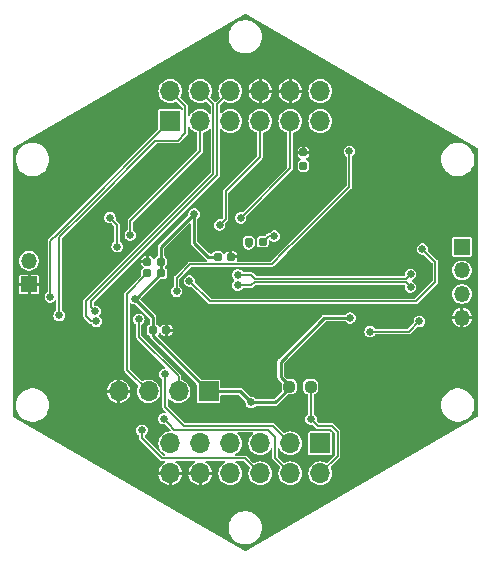
<source format=gbr>
%TF.GenerationSoftware,KiCad,Pcbnew,7.0.5*%
%TF.CreationDate,2024-01-17T11:16:08-05:00*%
%TF.ProjectId,MCU,4d43552e-6b69-4636-9164-5f7063625858,rev?*%
%TF.SameCoordinates,Original*%
%TF.FileFunction,Copper,L2,Bot*%
%TF.FilePolarity,Positive*%
%FSLAX46Y46*%
G04 Gerber Fmt 4.6, Leading zero omitted, Abs format (unit mm)*
G04 Created by KiCad (PCBNEW 7.0.5) date 2024-01-17 11:16:08*
%MOMM*%
%LPD*%
G01*
G04 APERTURE LIST*
G04 Aperture macros list*
%AMRoundRect*
0 Rectangle with rounded corners*
0 $1 Rounding radius*
0 $2 $3 $4 $5 $6 $7 $8 $9 X,Y pos of 4 corners*
0 Add a 4 corners polygon primitive as box body*
4,1,4,$2,$3,$4,$5,$6,$7,$8,$9,$2,$3,0*
0 Add four circle primitives for the rounded corners*
1,1,$1+$1,$2,$3*
1,1,$1+$1,$4,$5*
1,1,$1+$1,$6,$7*
1,1,$1+$1,$8,$9*
0 Add four rect primitives between the rounded corners*
20,1,$1+$1,$2,$3,$4,$5,0*
20,1,$1+$1,$4,$5,$6,$7,0*
20,1,$1+$1,$6,$7,$8,$9,0*
20,1,$1+$1,$8,$9,$2,$3,0*%
G04 Aperture macros list end*
%TA.AperFunction,ComponentPad*%
%ADD10R,1.700000X1.700000*%
%TD*%
%TA.AperFunction,ComponentPad*%
%ADD11O,1.700000X1.700000*%
%TD*%
%TA.AperFunction,ComponentPad*%
%ADD12R,1.350000X1.350000*%
%TD*%
%TA.AperFunction,ComponentPad*%
%ADD13O,1.350000X1.350000*%
%TD*%
%TA.AperFunction,SMDPad,CuDef*%
%ADD14RoundRect,0.155000X0.212500X0.155000X-0.212500X0.155000X-0.212500X-0.155000X0.212500X-0.155000X0*%
%TD*%
%TA.AperFunction,SMDPad,CuDef*%
%ADD15RoundRect,0.160000X0.197500X0.160000X-0.197500X0.160000X-0.197500X-0.160000X0.197500X-0.160000X0*%
%TD*%
%TA.AperFunction,SMDPad,CuDef*%
%ADD16RoundRect,0.155000X0.155000X-0.212500X0.155000X0.212500X-0.155000X0.212500X-0.155000X-0.212500X0*%
%TD*%
%TA.AperFunction,SMDPad,CuDef*%
%ADD17RoundRect,0.160000X-0.197500X-0.160000X0.197500X-0.160000X0.197500X0.160000X-0.197500X0.160000X0*%
%TD*%
%TA.AperFunction,SMDPad,CuDef*%
%ADD18RoundRect,0.155000X-0.212500X-0.155000X0.212500X-0.155000X0.212500X0.155000X-0.212500X0.155000X0*%
%TD*%
%TA.AperFunction,SMDPad,CuDef*%
%ADD19RoundRect,0.237500X-0.250000X-0.237500X0.250000X-0.237500X0.250000X0.237500X-0.250000X0.237500X0*%
%TD*%
%TA.AperFunction,ViaPad*%
%ADD20C,0.660400*%
%TD*%
%TA.AperFunction,Conductor*%
%ADD21C,0.254000*%
%TD*%
%TA.AperFunction,Conductor*%
%ADD22C,0.152400*%
%TD*%
G04 APERTURE END LIST*
D10*
%TO.P,J1,1,Pin_1*%
%TO.N,/VBAT*%
X143810000Y-86465599D03*
D11*
%TO.P,J1,2,Pin_2*%
%TO.N,/D8*%
X143810000Y-83925599D03*
%TO.P,J1,3,Pin_3*%
%TO.N,/A5*%
X146350000Y-86465599D03*
%TO.P,J1,4,Pin_4*%
%TO.N,/A3*%
X146350000Y-83925599D03*
%TO.P,J1,5,Pin_5*%
%TO.N,/VBUS*%
X148890000Y-86465599D03*
%TO.P,J1,6,Pin_6*%
%TO.N,/A2*%
X148890000Y-83925599D03*
%TO.P,J1,7,Pin_7*%
%TO.N,/RXD*%
X151430000Y-86465599D03*
%TO.P,J1,8,Pin_8*%
%TO.N,GND*%
X151430000Y-83925599D03*
%TO.P,J1,9,Pin_9*%
%TO.N,/TXD*%
X153970000Y-86465599D03*
%TO.P,J1,10,Pin_10*%
%TO.N,GND*%
X153970000Y-83925599D03*
%TO.P,J1,11,Pin_11*%
%TO.N,/SDA*%
X156510000Y-86465599D03*
%TO.P,J1,12,Pin_12*%
%TO.N,/SCL*%
X156510000Y-83925599D03*
%TD*%
D10*
%TO.P,J2,1,Pin_1*%
%TO.N,/D12*%
X156510000Y-113743621D03*
D11*
%TO.P,J2,2,Pin_2*%
%TO.N,/D10*%
X156510000Y-116283621D03*
%TO.P,J2,3,Pin_3*%
%TO.N,/MOSI*%
X153970000Y-113743621D03*
%TO.P,J2,4,Pin_4*%
%TO.N,/D1*%
X153970000Y-116283621D03*
%TO.P,J2,5,Pin_5*%
%TO.N,/SCK*%
X151430000Y-113743621D03*
%TO.P,J2,6,Pin_6*%
%TO.N,/D3*%
X151430000Y-116283621D03*
%TO.P,J2,7,Pin_7*%
%TO.N,/D2*%
X148890000Y-113743621D03*
%TO.P,J2,8,Pin_8*%
%TO.N,/A4*%
X148890000Y-116283621D03*
%TO.P,J2,9,Pin_9*%
%TO.N,/MISO*%
X146350000Y-113743621D03*
%TO.P,J2,10,Pin_10*%
%TO.N,GND*%
X146350000Y-116283621D03*
%TO.P,J2,11,Pin_11*%
%TO.N,/D4*%
X143810000Y-113743621D03*
%TO.P,J2,12,Pin_12*%
%TO.N,GND*%
X143810000Y-116283621D03*
%TD*%
D10*
%TO.P,J4,1,Pin_1*%
%TO.N,VCC*%
X147060000Y-109358621D03*
D11*
%TO.P,J4,2,Pin_2*%
%TO.N,/SWDIO*%
X144520000Y-109358621D03*
%TO.P,J4,3,Pin_3*%
%TO.N,/SWDCLK*%
X141980000Y-109358621D03*
%TO.P,J4,4,Pin_4*%
%TO.N,GND*%
X139440000Y-109358621D03*
%TD*%
D12*
%TO.P,J6,1,Pin_1*%
%TO.N,+5V*%
X168510000Y-97104610D03*
D13*
%TO.P,J6,2,Pin_2*%
%TO.N,Net-(J6-Pin_2)*%
X168510000Y-99104610D03*
%TO.P,J6,3,Pin_3*%
%TO.N,Net-(J6-Pin_3)*%
X168510000Y-101104610D03*
%TO.P,J6,4,Pin_4*%
%TO.N,GND*%
X168510000Y-103104610D03*
%TD*%
D12*
%TO.P,J5,1,Pin_1*%
%TO.N,GND*%
X131860000Y-100298621D03*
D13*
%TO.P,J5,2,Pin_2*%
%TO.N,Net-(J5-Pin_2)*%
X131860000Y-98298621D03*
%TD*%
D14*
%TO.P,C6,1*%
%TO.N,GND*%
X143487500Y-104158621D03*
%TO.P,C6,2*%
%TO.N,VCC*%
X142352500Y-104158621D03*
%TD*%
%TO.P,C5,1*%
%TO.N,GND*%
X148957500Y-97968621D03*
%TO.P,C5,2*%
%TO.N,VCC*%
X147822500Y-97968621D03*
%TD*%
D15*
%TO.P,R21,1*%
%TO.N,Net-(U5-~{CS})*%
X151657500Y-96688621D03*
%TO.P,R21,2*%
%TO.N,+1V8*%
X150462500Y-96688621D03*
%TD*%
D16*
%TO.P,C16,1*%
%TO.N,Net-(U5-REGOUT)*%
X155090000Y-90236121D03*
%TO.P,C16,2*%
%TO.N,GND*%
X155090000Y-89101121D03*
%TD*%
D17*
%TO.P,R10,1*%
%TO.N,/SWDCLK*%
X141852500Y-99368621D03*
%TO.P,R10,2*%
%TO.N,VCC*%
X143047500Y-99368621D03*
%TD*%
D18*
%TO.P,C15,1*%
%TO.N,GND*%
X141882500Y-98358621D03*
%TO.P,C15,2*%
%TO.N,VCC*%
X143017500Y-98358621D03*
%TD*%
D19*
%TO.P,R20,1*%
%TO.N,VCC*%
X153875000Y-108948621D03*
%TO.P,R20,2*%
%TO.N,/D10*%
X155700000Y-108948621D03*
%TD*%
D20*
%TO.N,GND*%
X164560000Y-108398621D03*
X146450000Y-111498621D03*
X160560000Y-114398621D03*
X164560000Y-110398621D03*
X146810000Y-107148621D03*
X159560000Y-98648621D03*
X147870000Y-111498621D03*
X157280000Y-110868621D03*
X158990000Y-110858621D03*
X151160000Y-82198621D03*
X151160000Y-111458621D03*
X149160000Y-118198621D03*
X145410000Y-102448621D03*
X164560000Y-112398621D03*
X138660000Y-86698621D03*
X155410000Y-103448621D03*
X154410000Y-100948621D03*
X157160000Y-107148621D03*
X159560000Y-95648621D03*
X154170000Y-110398621D03*
X138560000Y-114398621D03*
X155160000Y-118198621D03*
X163160000Y-86198621D03*
X163160000Y-95198621D03*
X159600000Y-93308621D03*
X162560000Y-114398621D03*
X134660000Y-89198621D03*
X153154300Y-80198620D03*
X159160000Y-84198621D03*
X162560000Y-110398621D03*
X155410000Y-102448621D03*
X166560000Y-108398621D03*
X131160000Y-107198621D03*
X150330000Y-104448621D03*
X149160000Y-82198621D03*
X161160000Y-85198621D03*
X141910000Y-111218621D03*
X166560000Y-104198621D03*
X153410000Y-100948621D03*
X134560000Y-110398621D03*
X147160000Y-118198621D03*
X158310000Y-98398621D03*
X151960000Y-95298621D03*
X134660000Y-91198621D03*
X139750000Y-111218621D03*
X134560000Y-106398621D03*
X162560000Y-112398621D03*
X132560000Y-104398621D03*
X161160000Y-95198621D03*
X165160000Y-95198621D03*
X137660000Y-85198621D03*
X147160000Y-80198621D03*
X154460000Y-107698621D03*
X134560000Y-104738621D03*
X163160000Y-89198621D03*
X145410000Y-103948621D03*
X149510000Y-110268621D03*
X151960000Y-93838621D03*
X167160000Y-93198621D03*
X158560000Y-116398621D03*
X153160000Y-120198621D03*
X136560000Y-108398621D03*
X157160000Y-105898621D03*
X161160000Y-93198621D03*
X151850000Y-104458621D03*
X158060000Y-95648621D03*
X153160000Y-118198621D03*
X164560000Y-106398621D03*
X148840000Y-105698621D03*
X136560000Y-112398621D03*
X143410000Y-102948621D03*
X147160000Y-120198621D03*
X131660000Y-92698621D03*
X148660000Y-96698621D03*
X151160000Y-118198621D03*
X154410000Y-102448621D03*
X166560000Y-106398621D03*
X131160000Y-105198621D03*
X145160000Y-82198621D03*
X157160000Y-108398621D03*
X165160000Y-89198621D03*
X145160000Y-118198621D03*
X150330000Y-105698621D03*
X136560000Y-110398621D03*
X161160000Y-87198621D03*
X163160000Y-91198621D03*
X168560000Y-106398621D03*
X134160000Y-87698621D03*
X163160000Y-97198621D03*
X143410000Y-101448621D03*
X155410000Y-100948621D03*
X159560000Y-97148621D03*
X160620000Y-110858621D03*
X131160000Y-103198621D03*
X133160000Y-92698621D03*
X158990000Y-112488621D03*
X134560000Y-108398621D03*
X165160000Y-87198621D03*
X156420000Y-105038621D03*
X161160000Y-89198621D03*
X161160000Y-91198621D03*
X165160000Y-91198621D03*
X140560000Y-116398621D03*
X162560000Y-108398621D03*
X132560000Y-102398621D03*
X153160000Y-82198621D03*
X167160000Y-95198621D03*
X165160000Y-93198621D03*
X148840000Y-104448621D03*
X155160000Y-82198621D03*
X134560000Y-112398621D03*
X163160000Y-93198621D03*
X161330000Y-98728621D03*
X155080000Y-89098621D03*
X147160000Y-82198621D03*
X158160000Y-91198621D03*
X141160000Y-83698621D03*
X132560000Y-106398621D03*
X144780000Y-110878621D03*
X156160000Y-89538621D03*
X132560000Y-108398621D03*
X169160000Y-93198621D03*
X140660000Y-87698621D03*
X149520000Y-111538621D03*
X169160000Y-95198621D03*
X152810000Y-111148621D03*
X161160000Y-97198621D03*
%TO.N,VCC*%
X140790000Y-101508621D03*
X145840000Y-94328621D03*
X147822500Y-97968621D03*
X142352500Y-104158621D03*
X150660000Y-110288621D03*
X159040000Y-103138621D03*
X143047500Y-99368621D03*
%TO.N,/VBAT*%
X133660000Y-101368621D03*
%TO.N,/SDA*%
X144350000Y-100878621D03*
X158980000Y-89028621D03*
%TO.N,/MOSI*%
X143370000Y-107898621D03*
%TO.N,/RXD*%
X147990000Y-95258621D03*
%TO.N,/SWDCLK*%
X141852500Y-99368621D03*
%TO.N,/SWDIO*%
X141150000Y-103248621D03*
%TO.N,/USB+*%
X149530000Y-99478621D03*
X164160000Y-99438621D03*
%TO.N,/USB-*%
X164160000Y-100508621D03*
X149530000Y-100358621D03*
%TO.N,/A5*%
X140430000Y-96108621D03*
%TO.N,/A2*%
X137460000Y-102578621D03*
%TO.N,/D7*%
X160730000Y-104288621D03*
X164900000Y-103428621D03*
%TO.N,/A0*%
X145440000Y-99998621D03*
X165162500Y-97296121D03*
%TO.N,/A3*%
X137570000Y-103418621D03*
%TO.N,/TXD*%
X149780000Y-94658621D03*
%TO.N,/D8*%
X134410000Y-102918621D03*
%TO.N,/D3*%
X141420000Y-112648621D03*
%TO.N,/D1*%
X143250000Y-111668621D03*
%TO.N,/D10*%
X155730000Y-111708621D03*
%TO.N,+1V8*%
X150450000Y-96858621D03*
%TO.N,Net-(U5-~{CS})*%
X152630000Y-96208621D03*
%TO.N,/RXLED*%
X139320000Y-97098621D03*
X138710000Y-94648621D03*
%TO.N,Net-(U5-REGOUT)*%
X155090000Y-90236121D03*
%TD*%
D21*
%TO.N,VCC*%
X142352500Y-104158621D02*
X142352500Y-103071121D01*
X152707500Y-110288621D02*
X154007500Y-108988621D01*
X140790000Y-101508621D02*
X140907500Y-101508621D01*
X153170000Y-108151121D02*
X154007500Y-108988621D01*
X143017500Y-98358621D02*
X143017500Y-99338621D01*
X156862500Y-103136121D02*
X153170000Y-106828621D01*
X143017500Y-97151121D02*
X145840000Y-94328621D01*
X142352500Y-104158621D02*
X142352500Y-104651121D01*
X143017500Y-98358621D02*
X143017500Y-97151121D01*
X140907500Y-101508621D02*
X143047500Y-99368621D01*
X143017500Y-99338621D02*
X143047500Y-99368621D01*
X149730000Y-109358621D02*
X150660000Y-110288621D01*
X145840000Y-96768621D02*
X147040000Y-97968621D01*
X145840000Y-94328621D02*
X145840000Y-96768621D01*
X159012500Y-103136121D02*
X156862500Y-103136121D01*
X142352500Y-104651121D02*
X147060000Y-109358621D01*
X147040000Y-97968621D02*
X147822500Y-97968621D01*
X153170000Y-106828621D02*
X153170000Y-108151121D01*
X147060000Y-109358621D02*
X149730000Y-109358621D01*
X150660000Y-110288621D02*
X152707500Y-110288621D01*
X142352500Y-103071121D02*
X140790000Y-101508621D01*
D22*
%TO.N,/VBAT*%
X134290000Y-95985599D02*
X143810000Y-86465599D01*
X133660000Y-101368621D02*
X133660000Y-96615599D01*
X133660000Y-96615599D02*
X134290000Y-95985599D01*
%TO.N,/SDA*%
X144350000Y-99758621D02*
X144350000Y-100878621D01*
X153485000Y-97503621D02*
X152390000Y-98598621D01*
X145510000Y-98598621D02*
X144350000Y-99758621D01*
X158980000Y-92008621D02*
X158980000Y-89028621D01*
X152390000Y-98598621D02*
X145510000Y-98598621D01*
X153485000Y-97503621D02*
X154570000Y-96418621D01*
X154570000Y-96418621D02*
X158980000Y-92008621D01*
%TO.N,/MOSI*%
X152495000Y-112268621D02*
X153970000Y-113743621D01*
X143370000Y-107898621D02*
X143370000Y-110688621D01*
X144950000Y-112268621D02*
X152495000Y-112268621D01*
X143370000Y-110688621D02*
X144950000Y-112268621D01*
%TO.N,/RXD*%
X151430000Y-86465599D02*
X151430000Y-88458621D01*
X151430000Y-89478621D02*
X151430000Y-88458621D01*
X148505000Y-94743621D02*
X148505000Y-92403621D01*
X148505000Y-92403621D02*
X151430000Y-89478621D01*
X147990000Y-95258621D02*
X148505000Y-94743621D01*
%TO.N,/SWDCLK*%
X140150000Y-107528621D02*
X141980000Y-109358621D01*
X140150000Y-101071121D02*
X140150000Y-107528621D01*
X141852500Y-99368621D02*
X140150000Y-101071121D01*
%TO.N,/SWDIO*%
X144520000Y-109358621D02*
X144520000Y-108078621D01*
X141150000Y-104708621D02*
X141150000Y-103248621D01*
X144520000Y-108078621D02*
X141150000Y-104708621D01*
%TO.N,/USB+*%
X149530000Y-99478621D02*
X150660000Y-99478621D01*
X163800000Y-99798621D02*
X164160000Y-99438621D01*
X150660000Y-99478621D02*
X150980000Y-99798621D01*
X150980000Y-99798621D02*
X163800000Y-99798621D01*
%TO.N,/USB-*%
X163742100Y-100090721D02*
X150957900Y-100090721D01*
X150957900Y-100090721D02*
X150690000Y-100358621D01*
X164160000Y-100508621D02*
X163742100Y-100090721D01*
X150690000Y-100358621D02*
X149530000Y-100358621D01*
%TO.N,/A5*%
X146350000Y-86465599D02*
X146350000Y-88188621D01*
X140430000Y-96108621D02*
X140430000Y-94928621D01*
X140430000Y-94928621D02*
X146350000Y-89008621D01*
X146350000Y-89008621D02*
X146350000Y-88188621D01*
%TO.N,/A2*%
X147800000Y-85015599D02*
X148890000Y-83925599D01*
X137460000Y-102578621D02*
X137100000Y-102218621D01*
X137100000Y-102218621D02*
X137100000Y-101728621D01*
X137100000Y-101728621D02*
X147800000Y-91028621D01*
X147800000Y-91028621D02*
X147800000Y-85015599D01*
%TO.N,/D7*%
X164040000Y-104288621D02*
X160730000Y-104288621D01*
X164900000Y-103428621D02*
X164040000Y-104288621D01*
%TO.N,/A0*%
X166260000Y-100118621D02*
X166260000Y-98393621D01*
X164640000Y-101738621D02*
X166260000Y-100118621D01*
X147180000Y-101738621D02*
X164640000Y-101738621D01*
X166260000Y-98393621D02*
X165162500Y-97296121D01*
X145440000Y-99998621D02*
X147180000Y-101738621D01*
%TO.N,/A3*%
X146350000Y-83925599D02*
X147470000Y-85045599D01*
X147470000Y-90928621D02*
X136670000Y-101728621D01*
X136670000Y-102968621D02*
X137120000Y-103418621D01*
X147470000Y-85045599D02*
X147470000Y-90928621D01*
X137120000Y-103418621D02*
X137570000Y-103418621D01*
X136670000Y-101728621D02*
X136670000Y-102968621D01*
%TO.N,/TXD*%
X153970000Y-90468621D02*
X153970000Y-86465599D01*
X149780000Y-94658621D02*
X153970000Y-90468621D01*
%TO.N,/D8*%
X136650000Y-94038621D02*
X142555000Y-88133621D01*
X145100000Y-85215599D02*
X145100000Y-87488621D01*
X144455000Y-88133621D02*
X142555000Y-88133621D01*
X143810000Y-83925599D02*
X145100000Y-85215599D01*
X134410000Y-96278621D02*
X136650000Y-94038621D01*
X145100000Y-87488621D02*
X144455000Y-88133621D01*
X134410000Y-102918621D02*
X134410000Y-96278621D01*
%TO.N,/D3*%
X141420000Y-113338621D02*
X143100000Y-115018621D01*
X143100000Y-115018621D02*
X150165000Y-115018621D01*
X150165000Y-115018621D02*
X151430000Y-116283621D01*
X141420000Y-112648621D02*
X141420000Y-113338621D01*
%TO.N,/D1*%
X144160000Y-112578621D02*
X152090000Y-112578621D01*
X152090000Y-112578621D02*
X152690000Y-113178621D01*
X152690000Y-115003621D02*
X153970000Y-116283621D01*
X152690000Y-113178621D02*
X152690000Y-115003621D01*
X143250000Y-111668621D02*
X143690000Y-112108621D01*
X143690000Y-112108621D02*
X144160000Y-112578621D01*
%TO.N,/D10*%
X157470000Y-112278621D02*
X157980000Y-112788621D01*
X155730000Y-111708621D02*
X156300000Y-112278621D01*
X157980000Y-114813621D02*
X156510000Y-116283621D01*
X155730000Y-108991121D02*
X155732500Y-108988621D01*
X156300000Y-112278621D02*
X157470000Y-112278621D01*
X155730000Y-111708621D02*
X155730000Y-108991121D01*
X157980000Y-112788621D02*
X157980000Y-114813621D01*
%TO.N,Net-(U5-~{CS})*%
X152137500Y-96208621D02*
X151657500Y-96688621D01*
X152630000Y-96208621D02*
X152137500Y-96208621D01*
%TO.N,/RXLED*%
X139320000Y-97098621D02*
X139320000Y-95258621D01*
X139320000Y-95258621D02*
X138710000Y-94648621D01*
%TD*%
%TA.AperFunction,Conductor*%
%TO.N,GND*%
G36*
X150197597Y-77384836D02*
G01*
X169528472Y-88545521D01*
X169817099Y-88712160D01*
X169850164Y-88751565D01*
X169854699Y-88777285D01*
X169854699Y-111431932D01*
X169837106Y-111480270D01*
X169817099Y-111497057D01*
X150197599Y-122824381D01*
X150146941Y-122833314D01*
X150122399Y-122824381D01*
X146770604Y-120889221D01*
X148749884Y-120889221D01*
X148769115Y-121121313D01*
X148769116Y-121121316D01*
X148826288Y-121347083D01*
X148826290Y-121347090D01*
X148919839Y-121560359D01*
X148919840Y-121560363D01*
X149047218Y-121755329D01*
X149204951Y-121926673D01*
X149204955Y-121926677D01*
X149388741Y-122069723D01*
X149593557Y-122180564D01*
X149593563Y-122180567D01*
X149813837Y-122256187D01*
X150043554Y-122294520D01*
X150043557Y-122294520D01*
X150276443Y-122294520D01*
X150276446Y-122294520D01*
X150506163Y-122256187D01*
X150726437Y-122180567D01*
X150931260Y-122069722D01*
X151115046Y-121926676D01*
X151272780Y-121755331D01*
X151400160Y-121560361D01*
X151493712Y-121347084D01*
X151550884Y-121121317D01*
X151570116Y-120889220D01*
X151550884Y-120657123D01*
X151493712Y-120431356D01*
X151400160Y-120218079D01*
X151400159Y-120218078D01*
X151400159Y-120218076D01*
X151272781Y-120023110D01*
X151115048Y-119851766D01*
X151115044Y-119851762D01*
X150931258Y-119708716D01*
X150726442Y-119597875D01*
X150726440Y-119597874D01*
X150707255Y-119591288D01*
X150506163Y-119522253D01*
X150506159Y-119522252D01*
X150506155Y-119522251D01*
X150276449Y-119483920D01*
X150276446Y-119483920D01*
X150043554Y-119483920D01*
X150043550Y-119483920D01*
X149813844Y-119522251D01*
X149813834Y-119522254D01*
X149593559Y-119597874D01*
X149593557Y-119597875D01*
X149388741Y-119708716D01*
X149204955Y-119851762D01*
X149204951Y-119851766D01*
X149047218Y-120023110D01*
X148919840Y-120218076D01*
X148919839Y-120218080D01*
X148826290Y-120431349D01*
X148826288Y-120431356D01*
X148769116Y-120657123D01*
X148769115Y-120657126D01*
X148749884Y-120889218D01*
X148749884Y-120889221D01*
X146770604Y-120889221D01*
X130502900Y-111497058D01*
X130469835Y-111457653D01*
X130465300Y-111431933D01*
X130465300Y-110496916D01*
X130749884Y-110496916D01*
X130769115Y-110729008D01*
X130769115Y-110729010D01*
X130769116Y-110729012D01*
X130789150Y-110808122D01*
X130826288Y-110954778D01*
X130826290Y-110954785D01*
X130919839Y-111168054D01*
X130919840Y-111168058D01*
X131047218Y-111363024D01*
X131204951Y-111534368D01*
X131204955Y-111534372D01*
X131388741Y-111677418D01*
X131578651Y-111780192D01*
X131593563Y-111788262D01*
X131813837Y-111863882D01*
X132043554Y-111902215D01*
X132043557Y-111902215D01*
X132276443Y-111902215D01*
X132276446Y-111902215D01*
X132506163Y-111863882D01*
X132726437Y-111788262D01*
X132931260Y-111677417D01*
X133115046Y-111534371D01*
X133272780Y-111363026D01*
X133338223Y-111262858D01*
X133400159Y-111168058D01*
X133400159Y-111168057D01*
X133400160Y-111168056D01*
X133493712Y-110954779D01*
X133550884Y-110729012D01*
X133570116Y-110496915D01*
X133550884Y-110264818D01*
X133493712Y-110039051D01*
X133400160Y-109825774D01*
X133400159Y-109825773D01*
X133400159Y-109825771D01*
X133272781Y-109630805D01*
X133139130Y-109485621D01*
X138445258Y-109485621D01*
X138452103Y-109555122D01*
X138452103Y-109555124D01*
X138509419Y-109744072D01*
X138509424Y-109744084D01*
X138602499Y-109918214D01*
X138602503Y-109918220D01*
X138727766Y-110070854D01*
X138880400Y-110196117D01*
X138880406Y-110196121D01*
X139054536Y-110289196D01*
X139054548Y-110289201D01*
X139243497Y-110346517D01*
X139313000Y-110353362D01*
X139313000Y-109845502D01*
X139404237Y-109858621D01*
X139475763Y-109858621D01*
X139567000Y-109845502D01*
X139567000Y-110353361D01*
X139636502Y-110346517D01*
X139825451Y-110289201D01*
X139825463Y-110289196D01*
X139999593Y-110196121D01*
X139999599Y-110196117D01*
X140152233Y-110070854D01*
X140277496Y-109918220D01*
X140277500Y-109918214D01*
X140370575Y-109744084D01*
X140370580Y-109744072D01*
X140427896Y-109555124D01*
X140427896Y-109555122D01*
X140434741Y-109485621D01*
X139923818Y-109485621D01*
X139940000Y-109430510D01*
X139940000Y-109286732D01*
X139923818Y-109231621D01*
X140434742Y-109231621D01*
X140434741Y-109231620D01*
X140427896Y-109162119D01*
X140427896Y-109162117D01*
X140370580Y-108973169D01*
X140370575Y-108973157D01*
X140277500Y-108799027D01*
X140277496Y-108799021D01*
X140152233Y-108646387D01*
X139999599Y-108521124D01*
X139999593Y-108521120D01*
X139825463Y-108428045D01*
X139825451Y-108428040D01*
X139636502Y-108370724D01*
X139567000Y-108363879D01*
X139567000Y-108871739D01*
X139475763Y-108858621D01*
X139404237Y-108858621D01*
X139313000Y-108871739D01*
X139313000Y-108363879D01*
X139312999Y-108363879D01*
X139243498Y-108370724D01*
X139243496Y-108370724D01*
X139054548Y-108428040D01*
X139054536Y-108428045D01*
X138880406Y-108521120D01*
X138880400Y-108521124D01*
X138727766Y-108646387D01*
X138602503Y-108799021D01*
X138602499Y-108799027D01*
X138509424Y-108973157D01*
X138509419Y-108973169D01*
X138452103Y-109162117D01*
X138452103Y-109162119D01*
X138445258Y-109231620D01*
X138445258Y-109231621D01*
X138956182Y-109231621D01*
X138940000Y-109286732D01*
X138940000Y-109430510D01*
X138956182Y-109485621D01*
X138445258Y-109485621D01*
X133139130Y-109485621D01*
X133115048Y-109459461D01*
X133115044Y-109459457D01*
X132931258Y-109316411D01*
X132726442Y-109205570D01*
X132726440Y-109205569D01*
X132599868Y-109162117D01*
X132506163Y-109129948D01*
X132506159Y-109129947D01*
X132506155Y-109129946D01*
X132276449Y-109091615D01*
X132276446Y-109091615D01*
X132043554Y-109091615D01*
X132043550Y-109091615D01*
X131813844Y-109129946D01*
X131813834Y-109129949D01*
X131593559Y-109205569D01*
X131593557Y-109205570D01*
X131388741Y-109316411D01*
X131204955Y-109459457D01*
X131204951Y-109459461D01*
X131047218Y-109630805D01*
X130919840Y-109825771D01*
X130919839Y-109825775D01*
X130826290Y-110039044D01*
X130826288Y-110039051D01*
X130769116Y-110264818D01*
X130769115Y-110264821D01*
X130749884Y-110496913D01*
X130749884Y-110496916D01*
X130465300Y-110496916D01*
X130465300Y-101368621D01*
X133171932Y-101368621D01*
X133191702Y-101506129D01*
X133249410Y-101632489D01*
X133249412Y-101632492D01*
X133340383Y-101737478D01*
X133340385Y-101737479D01*
X133457248Y-101812583D01*
X133552069Y-101840424D01*
X133590541Y-101851721D01*
X133590544Y-101851721D01*
X133729456Y-101851721D01*
X133729459Y-101851721D01*
X133862751Y-101812583D01*
X133979617Y-101737478D01*
X134048868Y-101657557D01*
X134093818Y-101632548D01*
X134144328Y-101642283D01*
X134176764Y-101682207D01*
X134180900Y-101706803D01*
X134180899Y-102450530D01*
X134163305Y-102498868D01*
X134146356Y-102513792D01*
X134090383Y-102549764D01*
X133999412Y-102654749D01*
X133999410Y-102654752D01*
X133941702Y-102781112D01*
X133924274Y-102902330D01*
X133921932Y-102918621D01*
X133925048Y-102940294D01*
X133941702Y-103056129D01*
X133999410Y-103182489D01*
X133999412Y-103182492D01*
X134090383Y-103287478D01*
X134090385Y-103287479D01*
X134207248Y-103362583D01*
X134287429Y-103386126D01*
X134340541Y-103401721D01*
X134340544Y-103401721D01*
X134479456Y-103401721D01*
X134479459Y-103401721D01*
X134612751Y-103362583D01*
X134729617Y-103287478D01*
X134820589Y-103182490D01*
X134874011Y-103065513D01*
X134878297Y-103056129D01*
X134878297Y-103056127D01*
X134878298Y-103056126D01*
X134898068Y-102918621D01*
X134878298Y-102781116D01*
X134878297Y-102781114D01*
X134878297Y-102781112D01*
X134820589Y-102654752D01*
X134820587Y-102654749D01*
X134729616Y-102549763D01*
X134729614Y-102549762D01*
X134673644Y-102513792D01*
X134642491Y-102472858D01*
X134639100Y-102450530D01*
X134639100Y-96404665D01*
X134656693Y-96356327D01*
X134661126Y-96351491D01*
X135753999Y-95258618D01*
X136363997Y-94648620D01*
X138221932Y-94648620D01*
X138241702Y-94786129D01*
X138299410Y-94912489D01*
X138299412Y-94912492D01*
X138370688Y-94994749D01*
X138390383Y-95017478D01*
X138405945Y-95027479D01*
X138507248Y-95092583D01*
X138588533Y-95116450D01*
X138640541Y-95131721D01*
X138640544Y-95131721D01*
X138779456Y-95131721D01*
X138779459Y-95131721D01*
X138805947Y-95123943D01*
X138857281Y-95127205D01*
X138880306Y-95142923D01*
X139068874Y-95331491D01*
X139090614Y-95378111D01*
X139090900Y-95384665D01*
X139090900Y-96630530D01*
X139073307Y-96678868D01*
X139056356Y-96693792D01*
X139000385Y-96729762D01*
X139000383Y-96729763D01*
X138909412Y-96834749D01*
X138909410Y-96834752D01*
X138851702Y-96961112D01*
X138831932Y-97098620D01*
X138831932Y-97098621D01*
X138833557Y-97109924D01*
X138851702Y-97236129D01*
X138909410Y-97362489D01*
X138909412Y-97362492D01*
X138943914Y-97402309D01*
X139000383Y-97467478D01*
X139028459Y-97485521D01*
X139117248Y-97542583D01*
X139212069Y-97570424D01*
X139250541Y-97581721D01*
X139250544Y-97581721D01*
X139389456Y-97581721D01*
X139389459Y-97581721D01*
X139522751Y-97542583D01*
X139639617Y-97467478D01*
X139730589Y-97362490D01*
X139788298Y-97236126D01*
X139808068Y-97098621D01*
X139788298Y-96961116D01*
X139788297Y-96961114D01*
X139788297Y-96961112D01*
X139730589Y-96834752D01*
X139730587Y-96834749D01*
X139639616Y-96729763D01*
X139639614Y-96729762D01*
X139583644Y-96693792D01*
X139552491Y-96652858D01*
X139549100Y-96630530D01*
X139549100Y-95265594D01*
X139549152Y-95263626D01*
X139551334Y-95221981D01*
X139542467Y-95198882D01*
X139539116Y-95187568D01*
X139533969Y-95163358D01*
X139533969Y-95163356D01*
X139528890Y-95156365D01*
X139519524Y-95139112D01*
X139516687Y-95131721D01*
X139516432Y-95131057D01*
X139516431Y-95131056D01*
X139516430Y-95131054D01*
X139498932Y-95113556D01*
X139491268Y-95104584D01*
X139479623Y-95088556D01*
X139476722Y-95084563D01*
X139476721Y-95084562D01*
X139476720Y-95084561D01*
X139469243Y-95080244D01*
X139453671Y-95068294D01*
X139204061Y-94818684D01*
X139182321Y-94772064D01*
X139182799Y-94754814D01*
X139198068Y-94648621D01*
X139178298Y-94511116D01*
X139178297Y-94511114D01*
X139178297Y-94511112D01*
X139120589Y-94384752D01*
X139120587Y-94384749D01*
X139029616Y-94279763D01*
X139029614Y-94279762D01*
X138912751Y-94204658D01*
X138779461Y-94165521D01*
X138779459Y-94165521D01*
X138640541Y-94165521D01*
X138640538Y-94165521D01*
X138507248Y-94204658D01*
X138390385Y-94279762D01*
X138390383Y-94279763D01*
X138299412Y-94384749D01*
X138299410Y-94384752D01*
X138241702Y-94511112D01*
X138221932Y-94648620D01*
X136363997Y-94648620D01*
X136829024Y-94183593D01*
X136829023Y-94183593D01*
X142627870Y-88384747D01*
X142674491Y-88363007D01*
X142681045Y-88362721D01*
X144448025Y-88362721D01*
X144449993Y-88362773D01*
X144491639Y-88364955D01*
X144514738Y-88356087D01*
X144526057Y-88352735D01*
X144550265Y-88347590D01*
X144557250Y-88342514D01*
X144574499Y-88333148D01*
X144582564Y-88330053D01*
X144600070Y-88312546D01*
X144609029Y-88304893D01*
X144629058Y-88290343D01*
X144633376Y-88282861D01*
X144645323Y-88267292D01*
X145257099Y-87655517D01*
X145258465Y-87654220D01*
X145289486Y-87626291D01*
X145299555Y-87603674D01*
X145305177Y-87593319D01*
X145318662Y-87572557D01*
X145320013Y-87564021D01*
X145325588Y-87545203D01*
X145329100Y-87537318D01*
X145329100Y-87512567D01*
X145330026Y-87500802D01*
X145332356Y-87486091D01*
X145333897Y-87476362D01*
X145333419Y-87474580D01*
X145331662Y-87468018D01*
X145329100Y-87448558D01*
X145329100Y-86983352D01*
X145346693Y-86935014D01*
X145391242Y-86909294D01*
X145441900Y-86918227D01*
X145470619Y-86947901D01*
X145512084Y-87025477D01*
X145512086Y-87025480D01*
X145512089Y-87025484D01*
X145637410Y-87178188D01*
X145790114Y-87303509D01*
X145790118Y-87303512D01*
X145790122Y-87303515D01*
X145924343Y-87375257D01*
X145964352Y-87396642D01*
X145964356Y-87396643D01*
X146067529Y-87427940D01*
X146108678Y-87458807D01*
X146120900Y-87499902D01*
X146120900Y-88882575D01*
X146103307Y-88930913D01*
X146098874Y-88935749D01*
X140272936Y-94761687D01*
X140271509Y-94763041D01*
X140240514Y-94790950D01*
X140240512Y-94790954D01*
X140230446Y-94813560D01*
X140224821Y-94823921D01*
X140211338Y-94844686D01*
X140209986Y-94853220D01*
X140204414Y-94872030D01*
X140200900Y-94879924D01*
X140200900Y-94904674D01*
X140199974Y-94916439D01*
X140196103Y-94940877D01*
X140196103Y-94940878D01*
X140198337Y-94949215D01*
X140200900Y-94968680D01*
X140200900Y-95640530D01*
X140183307Y-95688868D01*
X140166356Y-95703792D01*
X140110385Y-95739762D01*
X140110383Y-95739763D01*
X140019412Y-95844749D01*
X140019410Y-95844752D01*
X139961702Y-95971112D01*
X139941932Y-96108620D01*
X139961702Y-96246129D01*
X140019410Y-96372489D01*
X140019412Y-96372492D01*
X140086025Y-96449367D01*
X140110383Y-96477478D01*
X140132910Y-96491955D01*
X140227248Y-96552583D01*
X140312034Y-96577478D01*
X140360541Y-96591721D01*
X140360544Y-96591721D01*
X140499456Y-96591721D01*
X140499459Y-96591721D01*
X140632751Y-96552583D01*
X140749617Y-96477478D01*
X140840589Y-96372490D01*
X140885729Y-96273649D01*
X140898297Y-96246129D01*
X140898297Y-96246127D01*
X140898298Y-96246126D01*
X140918068Y-96108621D01*
X140898298Y-95971116D01*
X140898297Y-95971114D01*
X140898297Y-95971112D01*
X140840589Y-95844752D01*
X140840587Y-95844749D01*
X140749616Y-95739763D01*
X140749614Y-95739762D01*
X140693644Y-95703792D01*
X140662491Y-95662858D01*
X140659100Y-95640530D01*
X140659100Y-95054664D01*
X140676693Y-95006326D01*
X140681126Y-95001490D01*
X141837095Y-93845521D01*
X146507089Y-89175526D01*
X146508455Y-89174229D01*
X146539486Y-89146291D01*
X146549552Y-89123680D01*
X146555184Y-89113310D01*
X146568660Y-89092559D01*
X146568659Y-89092559D01*
X146568661Y-89092558D01*
X146570011Y-89084028D01*
X146575586Y-89065207D01*
X146579100Y-89057318D01*
X146579100Y-89032566D01*
X146580026Y-89020801D01*
X146583897Y-88996363D01*
X146583419Y-88994581D01*
X146581662Y-88988019D01*
X146579100Y-88968559D01*
X146579100Y-87499902D01*
X146596693Y-87451564D01*
X146632471Y-87427940D01*
X146735643Y-87396643D01*
X146735647Y-87396642D01*
X146735647Y-87396641D01*
X146735650Y-87396641D01*
X146909878Y-87303515D01*
X147026702Y-87207640D01*
X147062586Y-87178191D01*
X147062587Y-87178189D01*
X147062589Y-87178188D01*
X147107570Y-87123378D01*
X147151834Y-87097174D01*
X147202587Y-87105553D01*
X147236080Y-87144595D01*
X147240900Y-87171085D01*
X147240900Y-90802575D01*
X147223307Y-90850913D01*
X147218874Y-90855749D01*
X136512936Y-101561687D01*
X136511509Y-101563041D01*
X136480514Y-101590950D01*
X136480512Y-101590954D01*
X136470446Y-101613560D01*
X136464821Y-101623921D01*
X136451338Y-101644686D01*
X136449986Y-101653220D01*
X136444414Y-101672030D01*
X136440900Y-101679924D01*
X136440900Y-101704674D01*
X136439974Y-101716439D01*
X136436103Y-101740877D01*
X136436103Y-101740878D01*
X136438337Y-101749215D01*
X136440900Y-101768680D01*
X136440900Y-102961645D01*
X136440848Y-102963613D01*
X136438665Y-103005259D01*
X136447533Y-103028361D01*
X136450883Y-103039671D01*
X136456030Y-103063884D01*
X136456031Y-103063886D01*
X136461108Y-103070874D01*
X136470473Y-103088122D01*
X136473569Y-103096187D01*
X136491064Y-103113682D01*
X136498726Y-103122652D01*
X136513276Y-103142677D01*
X136513278Y-103142679D01*
X136520759Y-103146998D01*
X136536329Y-103158946D01*
X136953083Y-103575701D01*
X136954418Y-103577107D01*
X136982330Y-103608107D01*
X137004945Y-103618176D01*
X137015295Y-103623795D01*
X137036064Y-103637282D01*
X137044591Y-103638632D01*
X137063411Y-103644207D01*
X137071303Y-103647721D01*
X137096004Y-103647721D01*
X137144342Y-103665314D01*
X137155885Y-103678426D01*
X137155888Y-103678425D01*
X137156126Y-103678700D01*
X137159270Y-103682271D01*
X137159411Y-103682491D01*
X137214118Y-103745626D01*
X137250383Y-103787478D01*
X137265945Y-103797479D01*
X137367248Y-103862583D01*
X137461168Y-103890160D01*
X137500541Y-103901721D01*
X137500544Y-103901721D01*
X137639456Y-103901721D01*
X137639459Y-103901721D01*
X137772751Y-103862583D01*
X137889617Y-103787478D01*
X137980589Y-103682490D01*
X138021174Y-103593623D01*
X138038297Y-103556129D01*
X138038297Y-103556127D01*
X138038298Y-103556126D01*
X138058068Y-103418621D01*
X138038298Y-103281116D01*
X138038297Y-103281114D01*
X138038297Y-103281112D01*
X137980589Y-103154752D01*
X137980587Y-103154749D01*
X137889616Y-103049763D01*
X137889614Y-103049762D01*
X137835041Y-103014690D01*
X137803888Y-102973756D01*
X137806336Y-102922375D01*
X137818862Y-102902185D01*
X137870589Y-102842490D01*
X137905740Y-102765521D01*
X137928297Y-102716129D01*
X137928297Y-102716127D01*
X137928298Y-102716126D01*
X137948068Y-102578621D01*
X137928298Y-102441116D01*
X137928297Y-102441114D01*
X137928297Y-102441112D01*
X137870589Y-102314752D01*
X137870587Y-102314749D01*
X137779616Y-102209763D01*
X137779614Y-102209762D01*
X137662751Y-102134658D01*
X137529461Y-102095521D01*
X137529459Y-102095521D01*
X137404300Y-102095521D01*
X137355962Y-102077928D01*
X137330242Y-102033379D01*
X137329100Y-102020321D01*
X137329100Y-101854665D01*
X137346693Y-101806327D01*
X137351126Y-101801491D01*
X138069239Y-101083378D01*
X139916103Y-101083378D01*
X139918337Y-101091715D01*
X139920900Y-101111180D01*
X139920900Y-107521645D01*
X139920848Y-107523613D01*
X139918665Y-107565259D01*
X139927533Y-107588361D01*
X139930883Y-107599671D01*
X139936030Y-107623884D01*
X139936031Y-107623886D01*
X139941108Y-107630874D01*
X139950473Y-107648122D01*
X139953569Y-107656187D01*
X139971064Y-107673682D01*
X139978726Y-107682652D01*
X139993276Y-107702677D01*
X139993278Y-107702679D01*
X140000759Y-107706998D01*
X140016330Y-107718947D01*
X141086638Y-108789256D01*
X141108378Y-108835876D01*
X141099785Y-108877878D01*
X141048958Y-108972969D01*
X141048955Y-108972977D01*
X140991610Y-109162019D01*
X140991610Y-109162021D01*
X140972247Y-109358620D01*
X140991610Y-109555220D01*
X140991610Y-109555222D01*
X141048955Y-109744264D01*
X141048956Y-109744268D01*
X141142086Y-109918502D01*
X141142089Y-109918506D01*
X141267410Y-110071210D01*
X141420114Y-110196531D01*
X141420118Y-110196534D01*
X141420122Y-110196537D01*
X141554343Y-110268279D01*
X141594352Y-110289664D01*
X141594356Y-110289665D01*
X141637593Y-110302780D01*
X141783397Y-110347010D01*
X141980000Y-110366374D01*
X142176603Y-110347010D01*
X142365650Y-110289663D01*
X142539878Y-110196537D01*
X142692589Y-110071210D01*
X142817916Y-109918499D01*
X142911042Y-109744271D01*
X142968389Y-109555224D01*
X142987753Y-109358621D01*
X142968389Y-109162018D01*
X142911102Y-108973169D01*
X142911044Y-108972977D01*
X142911043Y-108972973D01*
X142860214Y-108877878D01*
X142817916Y-108798743D01*
X142817913Y-108798739D01*
X142817910Y-108798735D01*
X142692589Y-108646031D01*
X142539885Y-108520710D01*
X142539881Y-108520707D01*
X142539879Y-108520706D01*
X142539878Y-108520705D01*
X142405657Y-108448963D01*
X142365647Y-108427577D01*
X142365643Y-108427576D01*
X142176600Y-108370231D01*
X141980000Y-108350868D01*
X141783400Y-108370231D01*
X141783398Y-108370231D01*
X141594354Y-108427577D01*
X141499256Y-108478406D01*
X141448332Y-108485675D01*
X141410634Y-108465259D01*
X140913735Y-107968360D01*
X140401126Y-107455750D01*
X140379386Y-107409130D01*
X140379100Y-107402576D01*
X140379100Y-103248620D01*
X140661932Y-103248620D01*
X140681702Y-103386129D01*
X140739410Y-103512489D01*
X140739412Y-103512492D01*
X140777222Y-103556126D01*
X140830383Y-103617478D01*
X140884907Y-103652518D01*
X140886356Y-103653449D01*
X140917508Y-103694383D01*
X140920900Y-103716712D01*
X140920900Y-104701645D01*
X140920848Y-104703613D01*
X140918665Y-104745259D01*
X140927533Y-104768361D01*
X140930883Y-104779671D01*
X140936030Y-104803884D01*
X140936031Y-104803886D01*
X140941108Y-104810874D01*
X140950473Y-104828122D01*
X140953569Y-104836187D01*
X140971064Y-104853682D01*
X140978726Y-104862652D01*
X140993276Y-104882677D01*
X140993278Y-104882679D01*
X141000759Y-104886998D01*
X141016330Y-104898947D01*
X143404530Y-107287147D01*
X143426270Y-107333767D01*
X143412956Y-107383454D01*
X143370819Y-107412959D01*
X143351356Y-107415521D01*
X143300538Y-107415521D01*
X143167248Y-107454658D01*
X143050385Y-107529762D01*
X143050383Y-107529763D01*
X142959412Y-107634749D01*
X142959410Y-107634752D01*
X142901702Y-107761112D01*
X142881932Y-107898620D01*
X142901702Y-108036129D01*
X142959410Y-108162489D01*
X142959412Y-108162492D01*
X142995956Y-108204665D01*
X143050383Y-108267478D01*
X143106356Y-108303449D01*
X143137508Y-108344383D01*
X143140900Y-108366712D01*
X143140900Y-110681645D01*
X143140848Y-110683613D01*
X143138665Y-110725259D01*
X143147533Y-110748361D01*
X143150883Y-110759671D01*
X143156030Y-110783884D01*
X143156031Y-110783886D01*
X143161108Y-110790874D01*
X143170473Y-110808122D01*
X143173569Y-110816187D01*
X143191064Y-110833682D01*
X143198726Y-110842652D01*
X143213276Y-110862677D01*
X143213278Y-110862679D01*
X143220759Y-110866998D01*
X143236330Y-110878947D01*
X143427451Y-111070068D01*
X143449191Y-111116688D01*
X143435877Y-111166375D01*
X143393740Y-111195880D01*
X143353091Y-111195396D01*
X143319461Y-111185521D01*
X143319459Y-111185521D01*
X143180541Y-111185521D01*
X143180538Y-111185521D01*
X143047248Y-111224658D01*
X142930385Y-111299762D01*
X142930383Y-111299763D01*
X142839412Y-111404749D01*
X142839410Y-111404752D01*
X142781702Y-111531112D01*
X142761932Y-111668620D01*
X142761932Y-111668621D01*
X142766874Y-111702997D01*
X142781702Y-111806129D01*
X142839410Y-111932489D01*
X142839412Y-111932492D01*
X142913068Y-112017495D01*
X142930383Y-112037478D01*
X142954587Y-112053033D01*
X143047248Y-112112583D01*
X143111242Y-112131373D01*
X143180541Y-112151721D01*
X143180544Y-112151721D01*
X143319460Y-112151721D01*
X143334838Y-112147205D01*
X143345943Y-112143944D01*
X143397279Y-112147205D01*
X143420302Y-112162920D01*
X143525149Y-112267767D01*
X143549314Y-112291932D01*
X143549321Y-112291938D01*
X143864877Y-112607494D01*
X143886617Y-112654114D01*
X143873303Y-112703801D01*
X143831166Y-112733306D01*
X143811703Y-112735868D01*
X143810002Y-112735868D01*
X143810000Y-112735868D01*
X143767043Y-112740098D01*
X143613400Y-112755231D01*
X143613398Y-112755231D01*
X143424356Y-112812576D01*
X143424352Y-112812577D01*
X143250118Y-112905707D01*
X143250114Y-112905710D01*
X143097410Y-113031031D01*
X142972089Y-113183735D01*
X142972086Y-113183739D01*
X142878956Y-113357973D01*
X142878955Y-113357977D01*
X142821610Y-113547019D01*
X142821610Y-113547021D01*
X142802247Y-113743620D01*
X142821610Y-113940220D01*
X142821610Y-113940222D01*
X142878955Y-114129264D01*
X142878956Y-114129268D01*
X142972086Y-114303502D01*
X142972089Y-114303506D01*
X143097410Y-114456210D01*
X143250114Y-114581531D01*
X143250118Y-114581534D01*
X143250122Y-114581537D01*
X143374467Y-114648000D01*
X143408803Y-114686303D01*
X143410487Y-114737715D01*
X143378729Y-114778181D01*
X143339018Y-114789521D01*
X143226044Y-114789521D01*
X143177706Y-114771928D01*
X143172870Y-114767495D01*
X141671126Y-113265750D01*
X141649386Y-113219130D01*
X141649100Y-113212576D01*
X141649100Y-113116712D01*
X141666693Y-113068374D01*
X141683644Y-113053449D01*
X141687366Y-113051057D01*
X141739617Y-113017478D01*
X141830589Y-112912490D01*
X141883974Y-112795595D01*
X141888297Y-112786129D01*
X141888297Y-112786127D01*
X141888298Y-112786126D01*
X141908068Y-112648621D01*
X141888298Y-112511116D01*
X141888297Y-112511114D01*
X141888297Y-112511112D01*
X141830589Y-112384752D01*
X141830587Y-112384749D01*
X141739616Y-112279763D01*
X141739614Y-112279762D01*
X141622751Y-112204658D01*
X141489461Y-112165521D01*
X141489459Y-112165521D01*
X141350541Y-112165521D01*
X141350538Y-112165521D01*
X141217248Y-112204658D01*
X141100385Y-112279762D01*
X141100383Y-112279763D01*
X141009412Y-112384749D01*
X141009410Y-112384752D01*
X140951702Y-112511112D01*
X140931932Y-112648621D01*
X140951702Y-112786129D01*
X141009410Y-112912489D01*
X141009412Y-112912492D01*
X141034159Y-112941051D01*
X141100383Y-113017478D01*
X141121474Y-113031032D01*
X141156356Y-113053449D01*
X141187508Y-113094383D01*
X141190900Y-113116712D01*
X141190900Y-113331645D01*
X141190848Y-113333613D01*
X141188665Y-113375259D01*
X141197533Y-113398361D01*
X141200883Y-113409671D01*
X141206030Y-113433884D01*
X141206031Y-113433886D01*
X141211108Y-113440874D01*
X141220473Y-113458122D01*
X141223569Y-113466187D01*
X141241064Y-113483682D01*
X141248726Y-113492652D01*
X141263276Y-113512677D01*
X141263278Y-113512679D01*
X141270759Y-113516998D01*
X141286330Y-113528947D01*
X142933064Y-115175682D01*
X142934418Y-115177107D01*
X142962330Y-115208107D01*
X142984935Y-115218171D01*
X142995304Y-115223801D01*
X143016064Y-115237283D01*
X143024593Y-115238634D01*
X143043416Y-115244209D01*
X143051303Y-115247721D01*
X143076053Y-115247721D01*
X143087816Y-115248646D01*
X143112259Y-115252518D01*
X143117399Y-115251140D01*
X143120602Y-115250283D01*
X143140063Y-115247721D01*
X143321371Y-115247721D01*
X143369709Y-115265314D01*
X143395429Y-115309863D01*
X143386496Y-115360521D01*
X143356820Y-115389241D01*
X143250406Y-115446120D01*
X143250400Y-115446124D01*
X143097766Y-115571387D01*
X142972503Y-115724021D01*
X142972499Y-115724027D01*
X142879424Y-115898157D01*
X142879419Y-115898169D01*
X142822103Y-116087117D01*
X142822103Y-116087119D01*
X142815258Y-116156620D01*
X142815258Y-116156621D01*
X143326182Y-116156621D01*
X143310000Y-116211732D01*
X143310000Y-116355510D01*
X143326182Y-116410621D01*
X142815258Y-116410621D01*
X142822103Y-116480122D01*
X142822103Y-116480124D01*
X142879419Y-116669072D01*
X142879424Y-116669084D01*
X142972499Y-116843214D01*
X142972503Y-116843220D01*
X143097766Y-116995854D01*
X143250400Y-117121117D01*
X143250406Y-117121121D01*
X143424536Y-117214196D01*
X143424548Y-117214201D01*
X143613497Y-117271517D01*
X143683000Y-117278362D01*
X143683000Y-116770502D01*
X143774237Y-116783621D01*
X143845763Y-116783621D01*
X143937000Y-116770502D01*
X143937000Y-117278361D01*
X144006502Y-117271517D01*
X144195451Y-117214201D01*
X144195463Y-117214196D01*
X144369593Y-117121121D01*
X144369599Y-117121117D01*
X144522233Y-116995854D01*
X144647496Y-116843220D01*
X144647500Y-116843214D01*
X144740575Y-116669084D01*
X144740580Y-116669072D01*
X144797896Y-116480124D01*
X144797896Y-116480122D01*
X144804741Y-116410621D01*
X144293818Y-116410621D01*
X144310000Y-116355510D01*
X144310000Y-116211732D01*
X144293818Y-116156621D01*
X144804742Y-116156621D01*
X144804741Y-116156620D01*
X144797896Y-116087119D01*
X144797896Y-116087117D01*
X144740580Y-115898169D01*
X144740575Y-115898157D01*
X144647500Y-115724027D01*
X144647496Y-115724021D01*
X144522233Y-115571387D01*
X144369599Y-115446124D01*
X144369593Y-115446120D01*
X144263180Y-115389241D01*
X144228843Y-115350939D01*
X144227160Y-115299527D01*
X144258918Y-115259061D01*
X144298629Y-115247721D01*
X145861371Y-115247721D01*
X145909709Y-115265314D01*
X145935429Y-115309863D01*
X145926496Y-115360521D01*
X145896820Y-115389241D01*
X145790406Y-115446120D01*
X145790400Y-115446124D01*
X145637766Y-115571387D01*
X145512503Y-115724021D01*
X145512499Y-115724027D01*
X145419424Y-115898157D01*
X145419419Y-115898169D01*
X145362103Y-116087117D01*
X145362103Y-116087119D01*
X145355258Y-116156620D01*
X145355258Y-116156621D01*
X145866182Y-116156621D01*
X145850000Y-116211732D01*
X145850000Y-116355510D01*
X145866182Y-116410621D01*
X145355258Y-116410621D01*
X145362103Y-116480122D01*
X145362103Y-116480124D01*
X145419419Y-116669072D01*
X145419424Y-116669084D01*
X145512499Y-116843214D01*
X145512503Y-116843220D01*
X145637766Y-116995854D01*
X145790400Y-117121117D01*
X145790406Y-117121121D01*
X145964536Y-117214196D01*
X145964548Y-117214201D01*
X146153497Y-117271517D01*
X146223000Y-117278362D01*
X146223000Y-116770502D01*
X146314237Y-116783621D01*
X146385763Y-116783621D01*
X146477000Y-116770502D01*
X146477000Y-117278361D01*
X146546502Y-117271517D01*
X146735451Y-117214201D01*
X146735463Y-117214196D01*
X146909593Y-117121121D01*
X146909599Y-117121117D01*
X147062233Y-116995854D01*
X147187496Y-116843220D01*
X147187500Y-116843214D01*
X147280575Y-116669084D01*
X147280580Y-116669072D01*
X147337896Y-116480124D01*
X147337896Y-116480122D01*
X147344741Y-116410621D01*
X146833818Y-116410621D01*
X146850000Y-116355510D01*
X146850000Y-116211732D01*
X146833818Y-116156621D01*
X147344742Y-116156621D01*
X147344741Y-116156620D01*
X147337896Y-116087119D01*
X147337896Y-116087117D01*
X147280580Y-115898169D01*
X147280575Y-115898157D01*
X147187500Y-115724027D01*
X147187496Y-115724021D01*
X147062233Y-115571387D01*
X146909599Y-115446124D01*
X146909593Y-115446120D01*
X146803180Y-115389241D01*
X146768843Y-115350939D01*
X146767160Y-115299527D01*
X146798918Y-115259061D01*
X146838629Y-115247721D01*
X148400310Y-115247721D01*
X148448648Y-115265314D01*
X148474368Y-115309863D01*
X148465435Y-115360521D01*
X148435760Y-115389240D01*
X148360073Y-115429696D01*
X148330118Y-115445707D01*
X148330114Y-115445710D01*
X148177410Y-115571031D01*
X148052089Y-115723735D01*
X148052086Y-115723739D01*
X147958956Y-115897973D01*
X147958955Y-115897977D01*
X147901610Y-116087019D01*
X147901610Y-116087021D01*
X147882247Y-116283621D01*
X147901610Y-116480220D01*
X147901610Y-116480222D01*
X147958955Y-116669264D01*
X147958956Y-116669268D01*
X148052086Y-116843502D01*
X148052089Y-116843506D01*
X148177410Y-116996210D01*
X148330114Y-117121531D01*
X148330118Y-117121534D01*
X148330122Y-117121537D01*
X148503476Y-117214196D01*
X148504352Y-117214664D01*
X148504356Y-117214665D01*
X148547593Y-117227780D01*
X148693397Y-117272010D01*
X148890000Y-117291374D01*
X149086603Y-117272010D01*
X149275650Y-117214663D01*
X149449878Y-117121537D01*
X149602589Y-116996210D01*
X149727916Y-116843499D01*
X149821042Y-116669271D01*
X149878389Y-116480224D01*
X149897753Y-116283621D01*
X149878389Y-116087018D01*
X149821102Y-115898169D01*
X149821044Y-115897977D01*
X149821043Y-115897973D01*
X149770214Y-115802878D01*
X149727916Y-115723743D01*
X149727913Y-115723739D01*
X149727910Y-115723735D01*
X149602589Y-115571031D01*
X149449885Y-115445710D01*
X149449881Y-115445707D01*
X149449879Y-115445706D01*
X149449878Y-115445705D01*
X149344239Y-115389240D01*
X149309905Y-115350940D01*
X149308221Y-115299527D01*
X149339979Y-115259061D01*
X149379690Y-115247721D01*
X150038956Y-115247721D01*
X150087294Y-115265314D01*
X150092130Y-115269747D01*
X150536638Y-115714255D01*
X150558378Y-115760875D01*
X150549785Y-115802877D01*
X150498956Y-115897975D01*
X150441610Y-116087019D01*
X150441610Y-116087021D01*
X150422247Y-116283620D01*
X150441610Y-116480220D01*
X150441610Y-116480222D01*
X150498955Y-116669264D01*
X150498956Y-116669268D01*
X150592086Y-116843502D01*
X150592089Y-116843506D01*
X150717410Y-116996210D01*
X150870114Y-117121531D01*
X150870118Y-117121534D01*
X150870122Y-117121537D01*
X151043476Y-117214196D01*
X151044352Y-117214664D01*
X151044356Y-117214665D01*
X151087593Y-117227780D01*
X151233397Y-117272010D01*
X151430000Y-117291374D01*
X151626603Y-117272010D01*
X151815650Y-117214663D01*
X151989878Y-117121537D01*
X152142589Y-116996210D01*
X152267916Y-116843499D01*
X152361042Y-116669271D01*
X152418389Y-116480224D01*
X152437753Y-116283621D01*
X152418389Y-116087018D01*
X152361102Y-115898169D01*
X152361044Y-115897977D01*
X152361043Y-115897973D01*
X152310214Y-115802878D01*
X152267916Y-115723743D01*
X152267913Y-115723739D01*
X152267910Y-115723735D01*
X152142589Y-115571031D01*
X151989885Y-115445710D01*
X151989881Y-115445707D01*
X151989879Y-115445706D01*
X151989878Y-115445705D01*
X151884242Y-115389242D01*
X151815647Y-115352577D01*
X151815643Y-115352576D01*
X151626600Y-115295231D01*
X151430000Y-115275868D01*
X151233400Y-115295231D01*
X151233398Y-115295231D01*
X151044356Y-115352576D01*
X151044348Y-115352579D01*
X150949257Y-115403406D01*
X150898334Y-115410675D01*
X150860635Y-115390259D01*
X150601561Y-115131185D01*
X150331914Y-114861538D01*
X150330578Y-114860130D01*
X150302669Y-114829134D01*
X150280058Y-114819066D01*
X150269692Y-114813438D01*
X150248936Y-114799960D01*
X150248933Y-114799959D01*
X150240401Y-114798607D01*
X150221587Y-114793033D01*
X150213698Y-114789521D01*
X150213697Y-114789521D01*
X150188946Y-114789521D01*
X150177183Y-114788595D01*
X150161889Y-114786172D01*
X150152743Y-114784724D01*
X150152741Y-114784724D01*
X150144400Y-114786959D01*
X150124939Y-114789521D01*
X149360982Y-114789521D01*
X149312644Y-114771928D01*
X149286924Y-114727379D01*
X149295857Y-114676721D01*
X149325533Y-114648000D01*
X149449878Y-114581537D01*
X149602589Y-114456210D01*
X149727916Y-114303499D01*
X149821042Y-114129271D01*
X149878389Y-113940224D01*
X149897753Y-113743621D01*
X149878389Y-113547018D01*
X149821042Y-113357971D01*
X149727916Y-113183743D01*
X149727913Y-113183739D01*
X149727910Y-113183735D01*
X149602589Y-113031031D01*
X149492948Y-112941051D01*
X149466743Y-112896786D01*
X149475123Y-112846034D01*
X149514165Y-112812541D01*
X149540654Y-112807721D01*
X150779346Y-112807721D01*
X150827684Y-112825314D01*
X150853404Y-112869863D01*
X150844471Y-112920521D01*
X150827052Y-112941051D01*
X150717410Y-113031031D01*
X150592089Y-113183735D01*
X150592086Y-113183739D01*
X150498956Y-113357973D01*
X150498955Y-113357977D01*
X150441610Y-113547019D01*
X150441610Y-113547021D01*
X150422247Y-113743620D01*
X150441610Y-113940220D01*
X150441610Y-113940222D01*
X150498955Y-114129264D01*
X150498956Y-114129268D01*
X150592086Y-114303502D01*
X150592089Y-114303506D01*
X150717410Y-114456210D01*
X150870114Y-114581531D01*
X150870118Y-114581534D01*
X150870122Y-114581537D01*
X151004343Y-114653279D01*
X151044352Y-114674664D01*
X151044356Y-114674665D01*
X151051134Y-114676721D01*
X151233397Y-114732010D01*
X151430000Y-114751374D01*
X151626603Y-114732010D01*
X151815650Y-114674663D01*
X151989878Y-114581537D01*
X152142589Y-114456210D01*
X152267916Y-114303499D01*
X152319380Y-114207214D01*
X152357681Y-114172880D01*
X152409094Y-114171196D01*
X152449560Y-114202954D01*
X152460900Y-114242665D01*
X152460900Y-114996645D01*
X152460848Y-114998613D01*
X152458665Y-115040259D01*
X152467533Y-115063361D01*
X152470883Y-115074671D01*
X152476030Y-115098884D01*
X152476031Y-115098886D01*
X152481108Y-115105874D01*
X152490473Y-115123122D01*
X152493569Y-115131187D01*
X152511064Y-115148682D01*
X152518726Y-115157652D01*
X152533276Y-115177677D01*
X152533278Y-115177679D01*
X152540759Y-115181998D01*
X152556330Y-115193947D01*
X153076638Y-115714255D01*
X153098378Y-115760875D01*
X153089785Y-115802877D01*
X153038956Y-115897975D01*
X152981610Y-116087019D01*
X152981610Y-116087021D01*
X152962247Y-116283621D01*
X152981610Y-116480220D01*
X152981610Y-116480222D01*
X153038955Y-116669264D01*
X153038956Y-116669268D01*
X153132086Y-116843502D01*
X153132089Y-116843506D01*
X153257410Y-116996210D01*
X153410114Y-117121531D01*
X153410118Y-117121534D01*
X153410122Y-117121537D01*
X153583476Y-117214196D01*
X153584352Y-117214664D01*
X153584356Y-117214665D01*
X153627593Y-117227780D01*
X153773397Y-117272010D01*
X153970000Y-117291374D01*
X154166603Y-117272010D01*
X154355650Y-117214663D01*
X154529878Y-117121537D01*
X154682589Y-116996210D01*
X154807916Y-116843499D01*
X154901042Y-116669271D01*
X154958389Y-116480224D01*
X154977753Y-116283621D01*
X154958389Y-116087018D01*
X154901102Y-115898169D01*
X154901044Y-115897977D01*
X154901043Y-115897973D01*
X154850214Y-115802878D01*
X154807916Y-115723743D01*
X154807913Y-115723739D01*
X154807910Y-115723735D01*
X154682589Y-115571031D01*
X154529885Y-115445710D01*
X154529881Y-115445707D01*
X154529879Y-115445706D01*
X154529878Y-115445705D01*
X154424242Y-115389242D01*
X154355647Y-115352577D01*
X154355643Y-115352576D01*
X154166600Y-115295231D01*
X153970000Y-115275868D01*
X153773400Y-115295231D01*
X153773398Y-115295231D01*
X153584356Y-115352576D01*
X153584348Y-115352579D01*
X153489257Y-115403406D01*
X153438334Y-115410675D01*
X153400635Y-115390259D01*
X152941126Y-114930750D01*
X152919386Y-114884130D01*
X152919100Y-114877576D01*
X152919100Y-114205248D01*
X152936693Y-114156910D01*
X152981242Y-114131190D01*
X153031900Y-114140123D01*
X153060619Y-114169797D01*
X153099568Y-114242665D01*
X153132086Y-114303502D01*
X153132089Y-114303506D01*
X153257410Y-114456210D01*
X153410114Y-114581531D01*
X153410118Y-114581534D01*
X153410122Y-114581537D01*
X153544343Y-114653279D01*
X153584352Y-114674664D01*
X153584356Y-114674665D01*
X153591134Y-114676721D01*
X153773397Y-114732010D01*
X153970000Y-114751374D01*
X154166603Y-114732010D01*
X154355650Y-114674663D01*
X154529878Y-114581537D01*
X154682589Y-114456210D01*
X154807916Y-114303499D01*
X154901042Y-114129271D01*
X154958389Y-113940224D01*
X154977753Y-113743621D01*
X154958389Y-113547018D01*
X154901042Y-113357971D01*
X154807916Y-113183743D01*
X154807913Y-113183739D01*
X154807910Y-113183735D01*
X154682589Y-113031031D01*
X154529885Y-112905710D01*
X154529881Y-112905707D01*
X154529879Y-112905706D01*
X154529878Y-112905705D01*
X154426145Y-112850259D01*
X154355647Y-112812577D01*
X154355643Y-112812576D01*
X154166600Y-112755231D01*
X153994112Y-112738242D01*
X153970000Y-112735868D01*
X153969999Y-112735868D01*
X153773400Y-112755231D01*
X153773398Y-112755231D01*
X153584356Y-112812576D01*
X153584348Y-112812579D01*
X153489257Y-112863406D01*
X153438334Y-112870675D01*
X153400635Y-112850259D01*
X153034177Y-112483801D01*
X152661914Y-112111538D01*
X152660578Y-112110130D01*
X152632669Y-112079134D01*
X152610058Y-112069066D01*
X152599692Y-112063438D01*
X152578936Y-112049960D01*
X152578933Y-112049959D01*
X152570401Y-112048607D01*
X152551587Y-112043033D01*
X152543698Y-112039521D01*
X152543697Y-112039521D01*
X152518946Y-112039521D01*
X152507183Y-112038595D01*
X152491889Y-112036172D01*
X152482743Y-112034724D01*
X152482741Y-112034724D01*
X152474400Y-112036959D01*
X152454939Y-112039521D01*
X145076044Y-112039521D01*
X145027706Y-112021928D01*
X145022870Y-112017495D01*
X143621126Y-110615750D01*
X143599386Y-110569130D01*
X143599100Y-110562576D01*
X143599100Y-110027552D01*
X143616693Y-109979214D01*
X143661242Y-109953494D01*
X143711900Y-109962427D01*
X143732430Y-109979846D01*
X143807410Y-110071210D01*
X143960114Y-110196531D01*
X143960118Y-110196534D01*
X143960122Y-110196537D01*
X144094343Y-110268279D01*
X144134352Y-110289664D01*
X144134356Y-110289665D01*
X144177593Y-110302780D01*
X144323397Y-110347010D01*
X144520000Y-110366374D01*
X144716603Y-110347010D01*
X144905650Y-110289663D01*
X145079878Y-110196537D01*
X145232589Y-110071210D01*
X145357916Y-109918499D01*
X145451042Y-109744271D01*
X145508389Y-109555224D01*
X145527753Y-109358621D01*
X145508389Y-109162018D01*
X145451102Y-108973169D01*
X145451044Y-108972977D01*
X145451043Y-108972973D01*
X145400214Y-108877878D01*
X145357916Y-108798743D01*
X145357913Y-108798739D01*
X145357910Y-108798735D01*
X145232589Y-108646031D01*
X145079885Y-108520710D01*
X145079881Y-108520707D01*
X145079879Y-108520706D01*
X145079878Y-108520705D01*
X144905650Y-108427579D01*
X144802469Y-108396278D01*
X144761321Y-108365411D01*
X144749100Y-108324317D01*
X144749100Y-108085603D01*
X144749152Y-108083635D01*
X144751334Y-108041983D01*
X144749087Y-108036129D01*
X144742463Y-108018874D01*
X144739114Y-108007564D01*
X144733969Y-107983356D01*
X144728887Y-107976362D01*
X144719526Y-107959118D01*
X144716432Y-107951057D01*
X144716430Y-107951055D01*
X144716430Y-107951054D01*
X144698932Y-107933556D01*
X144691268Y-107924584D01*
X144676721Y-107904561D01*
X144669242Y-107900244D01*
X144653668Y-107888293D01*
X141401126Y-104635750D01*
X141379386Y-104589130D01*
X141379100Y-104582576D01*
X141379100Y-103716712D01*
X141396693Y-103668374D01*
X141413644Y-103653449D01*
X141415093Y-103652518D01*
X141469617Y-103617478D01*
X141560589Y-103512490D01*
X141603458Y-103418621D01*
X141618297Y-103386129D01*
X141618297Y-103386127D01*
X141618298Y-103386126D01*
X141638068Y-103248621D01*
X141618298Y-103111116D01*
X141618297Y-103111114D01*
X141618297Y-103111112D01*
X141560589Y-102984752D01*
X141560587Y-102984749D01*
X141469616Y-102879763D01*
X141469614Y-102879762D01*
X141352751Y-102804658D01*
X141219461Y-102765521D01*
X141219459Y-102765521D01*
X141080541Y-102765521D01*
X141080538Y-102765521D01*
X140947248Y-102804658D01*
X140830385Y-102879762D01*
X140830383Y-102879763D01*
X140739412Y-102984749D01*
X140739410Y-102984752D01*
X140681702Y-103111112D01*
X140661932Y-103248620D01*
X140379100Y-103248620D01*
X140379100Y-101956532D01*
X140396693Y-101908194D01*
X140441242Y-101882474D01*
X140491900Y-101891407D01*
X140494954Y-101893268D01*
X140499711Y-101896326D01*
X140587248Y-101952583D01*
X140655138Y-101972517D01*
X140720541Y-101991721D01*
X140720544Y-101991721D01*
X140846114Y-101991721D01*
X140894452Y-102009314D01*
X140899288Y-102013747D01*
X142050574Y-103165033D01*
X142072314Y-103211653D01*
X142072600Y-103218207D01*
X142072600Y-103647802D01*
X142055007Y-103696140D01*
X142027776Y-103716594D01*
X141962983Y-103745203D01*
X141962977Y-103745207D01*
X141881586Y-103826598D01*
X141881581Y-103826605D01*
X141835087Y-103931903D01*
X141835087Y-103931905D01*
X141832100Y-103957655D01*
X141832100Y-104359586D01*
X141835087Y-104385336D01*
X141835087Y-104385338D01*
X141881581Y-104490636D01*
X141881586Y-104490643D01*
X141962977Y-104572034D01*
X141962980Y-104572036D01*
X141962981Y-104572037D01*
X142027776Y-104600647D01*
X142064887Y-104636265D01*
X142072600Y-104669439D01*
X142072600Y-104677056D01*
X142073316Y-104680894D01*
X142073914Y-104686060D01*
X142075314Y-104716310D01*
X142075315Y-104716315D01*
X142079809Y-104726493D01*
X142084934Y-104743043D01*
X142086978Y-104753979D01*
X142086979Y-104753982D01*
X142086980Y-104753984D01*
X142086981Y-104753985D01*
X142102924Y-104779734D01*
X142105355Y-104784346D01*
X142117583Y-104812042D01*
X142117584Y-104812043D01*
X142125450Y-104819909D01*
X142136209Y-104833491D01*
X142142067Y-104842951D01*
X142142069Y-104842954D01*
X142142070Y-104842955D01*
X142142072Y-104842957D01*
X142166234Y-104861203D01*
X142170159Y-104864618D01*
X144110180Y-106804639D01*
X146035074Y-108729533D01*
X146056814Y-108776153D01*
X146057100Y-108782707D01*
X146057100Y-110223676D01*
X146057101Y-110223678D01*
X146065972Y-110268280D01*
X146099764Y-110318853D01*
X146099765Y-110318853D01*
X146099766Y-110318855D01*
X146150342Y-110352649D01*
X146194943Y-110361521D01*
X147925056Y-110361520D01*
X147969658Y-110352649D01*
X148020234Y-110318855D01*
X148054028Y-110268279D01*
X148062900Y-110223678D01*
X148062900Y-109713720D01*
X148080493Y-109665383D01*
X148125042Y-109639663D01*
X148138100Y-109638521D01*
X149582914Y-109638521D01*
X149631252Y-109656114D01*
X149636088Y-109660547D01*
X150156907Y-110181366D01*
X150178647Y-110227986D01*
X150178168Y-110245240D01*
X150174856Y-110268280D01*
X150171932Y-110288621D01*
X150172082Y-110289663D01*
X150191702Y-110426128D01*
X150249410Y-110552489D01*
X150249412Y-110552492D01*
X150340383Y-110657478D01*
X150340385Y-110657479D01*
X150457248Y-110732583D01*
X150510984Y-110748361D01*
X150590541Y-110771721D01*
X150590544Y-110771721D01*
X150729456Y-110771721D01*
X150729459Y-110771721D01*
X150862751Y-110732583D01*
X150979617Y-110657478D01*
X151034208Y-110594475D01*
X151079159Y-110569466D01*
X151091041Y-110568521D01*
X152649574Y-110568521D01*
X152661158Y-110570410D01*
X152661261Y-110569677D01*
X152668157Y-110570639D01*
X152668159Y-110570638D01*
X152668160Y-110570639D01*
X152694311Y-110569429D01*
X152713107Y-110568561D01*
X152714844Y-110568521D01*
X152733432Y-110568521D01*
X152733435Y-110568521D01*
X152737271Y-110567803D01*
X152742432Y-110567204D01*
X152772693Y-110565806D01*
X152782870Y-110561311D01*
X152799423Y-110556185D01*
X152810363Y-110554141D01*
X152836118Y-110538192D01*
X152840712Y-110535771D01*
X152868422Y-110523537D01*
X152876291Y-110515666D01*
X152889873Y-110504908D01*
X152899333Y-110499052D01*
X152917586Y-110474880D01*
X152920991Y-110470966D01*
X153793411Y-109598547D01*
X153840032Y-109576807D01*
X153846586Y-109576521D01*
X154155718Y-109576521D01*
X154155722Y-109576521D01*
X154247144Y-109562041D01*
X154357332Y-109505898D01*
X154444777Y-109418453D01*
X154500920Y-109308265D01*
X154515400Y-109216845D01*
X155059600Y-109216845D01*
X155074080Y-109308266D01*
X155099412Y-109357982D01*
X155130223Y-109418453D01*
X155217668Y-109505898D01*
X155327854Y-109562040D01*
X155327856Y-109562041D01*
X155419278Y-109576521D01*
X155425700Y-109576521D01*
X155474038Y-109594114D01*
X155499758Y-109638663D01*
X155500900Y-109651721D01*
X155500900Y-111240530D01*
X155483307Y-111288868D01*
X155466356Y-111303792D01*
X155410385Y-111339762D01*
X155410383Y-111339763D01*
X155319412Y-111444749D01*
X155319410Y-111444752D01*
X155261702Y-111571112D01*
X155241932Y-111708621D01*
X155261702Y-111846129D01*
X155319410Y-111972489D01*
X155319412Y-111972492D01*
X155389201Y-112053033D01*
X155410383Y-112077478D01*
X155428520Y-112089134D01*
X155527248Y-112152583D01*
X155591242Y-112171373D01*
X155660541Y-112191721D01*
X155660544Y-112191721D01*
X155799460Y-112191721D01*
X155811002Y-112188331D01*
X155825944Y-112183944D01*
X155877279Y-112187205D01*
X155900305Y-112202922D01*
X156024877Y-112327495D01*
X156133074Y-112435692D01*
X156134427Y-112437118D01*
X156162330Y-112468107D01*
X156184935Y-112478171D01*
X156195304Y-112483801D01*
X156216064Y-112497283D01*
X156224593Y-112498634D01*
X156243416Y-112504209D01*
X156251303Y-112507721D01*
X156276053Y-112507721D01*
X156287816Y-112508646D01*
X156312259Y-112512518D01*
X156317506Y-112511112D01*
X156320602Y-112510283D01*
X156340063Y-112507721D01*
X157343956Y-112507721D01*
X157392294Y-112525314D01*
X157397130Y-112529747D01*
X157490678Y-112623295D01*
X157512418Y-112669915D01*
X157499104Y-112719602D01*
X157456967Y-112749107D01*
X157422833Y-112750224D01*
X157375058Y-112740721D01*
X155644944Y-112740721D01*
X155644942Y-112740722D01*
X155600340Y-112749593D01*
X155549767Y-112783385D01*
X155515972Y-112833963D01*
X155515971Y-112833964D01*
X155507100Y-112878563D01*
X155507100Y-114608676D01*
X155507101Y-114608678D01*
X155515972Y-114653280D01*
X155549764Y-114703853D01*
X155549765Y-114703853D01*
X155549766Y-114703855D01*
X155600342Y-114737649D01*
X155644943Y-114746521D01*
X157375056Y-114746520D01*
X157419658Y-114737649D01*
X157470234Y-114703855D01*
X157504028Y-114653279D01*
X157512900Y-114608678D01*
X157512899Y-112878565D01*
X157504028Y-112833963D01*
X157504026Y-112833960D01*
X157503395Y-112830786D01*
X157511220Y-112779945D01*
X157549895Y-112746028D01*
X157601322Y-112744906D01*
X157630324Y-112762941D01*
X157728874Y-112861491D01*
X157750614Y-112908111D01*
X157750900Y-112914665D01*
X157750900Y-114687575D01*
X157733307Y-114735913D01*
X157728874Y-114740749D01*
X157079364Y-115390258D01*
X157032744Y-115411998D01*
X156990742Y-115403405D01*
X156895651Y-115352579D01*
X156895643Y-115352576D01*
X156706600Y-115295231D01*
X156534112Y-115278242D01*
X156510000Y-115275868D01*
X156509999Y-115275868D01*
X156313400Y-115295231D01*
X156313398Y-115295231D01*
X156124356Y-115352576D01*
X156124352Y-115352577D01*
X155950118Y-115445707D01*
X155950114Y-115445710D01*
X155797410Y-115571031D01*
X155672089Y-115723735D01*
X155672086Y-115723739D01*
X155578956Y-115897973D01*
X155578955Y-115897977D01*
X155521610Y-116087019D01*
X155521610Y-116087021D01*
X155502247Y-116283621D01*
X155521610Y-116480220D01*
X155521610Y-116480222D01*
X155578955Y-116669264D01*
X155578956Y-116669268D01*
X155672086Y-116843502D01*
X155672089Y-116843506D01*
X155797410Y-116996210D01*
X155950114Y-117121531D01*
X155950118Y-117121534D01*
X155950122Y-117121537D01*
X156123476Y-117214196D01*
X156124352Y-117214664D01*
X156124356Y-117214665D01*
X156167593Y-117227780D01*
X156313397Y-117272010D01*
X156510000Y-117291374D01*
X156706603Y-117272010D01*
X156895650Y-117214663D01*
X157069878Y-117121537D01*
X157222589Y-116996210D01*
X157347916Y-116843499D01*
X157441042Y-116669271D01*
X157498389Y-116480224D01*
X157517753Y-116283621D01*
X157498389Y-116087018D01*
X157441042Y-115897971D01*
X157390214Y-115802878D01*
X157382944Y-115751954D01*
X157403359Y-115714257D01*
X158137099Y-114980517D01*
X158138465Y-114979220D01*
X158169486Y-114951291D01*
X158179555Y-114928674D01*
X158185177Y-114918319D01*
X158198662Y-114897557D01*
X158200013Y-114889021D01*
X158205588Y-114870203D01*
X158209100Y-114862318D01*
X158209100Y-114837568D01*
X158210026Y-114825803D01*
X158211474Y-114816661D01*
X158213897Y-114801363D01*
X158212744Y-114797060D01*
X158211662Y-114793019D01*
X158209100Y-114773559D01*
X158209100Y-112795595D01*
X158209152Y-112793627D01*
X158211334Y-112751983D01*
X158209048Y-112746028D01*
X158202463Y-112728874D01*
X158199114Y-112717564D01*
X158193969Y-112693358D01*
X158193969Y-112693356D01*
X158188887Y-112686362D01*
X158179526Y-112669118D01*
X158176432Y-112661057D01*
X158176430Y-112661055D01*
X158176430Y-112661054D01*
X158158932Y-112643556D01*
X158151268Y-112634584D01*
X158136721Y-112614561D01*
X158129242Y-112610244D01*
X158113668Y-112598293D01*
X157900124Y-112384749D01*
X157636914Y-112121538D01*
X157635578Y-112120130D01*
X157607669Y-112089134D01*
X157585058Y-112079066D01*
X157574692Y-112073438D01*
X157553936Y-112059960D01*
X157553933Y-112059959D01*
X157545401Y-112058607D01*
X157526587Y-112053033D01*
X157518698Y-112049521D01*
X157518697Y-112049521D01*
X157493946Y-112049521D01*
X157482183Y-112048595D01*
X157466889Y-112046172D01*
X157457743Y-112044724D01*
X157457741Y-112044724D01*
X157449400Y-112046959D01*
X157429939Y-112049521D01*
X156426045Y-112049521D01*
X156377707Y-112031928D01*
X156372870Y-112027495D01*
X156224060Y-111878684D01*
X156202321Y-111832064D01*
X156202799Y-111814814D01*
X156218068Y-111708621D01*
X156198298Y-111571116D01*
X156198297Y-111571114D01*
X156198297Y-111571112D01*
X156140589Y-111444752D01*
X156140587Y-111444749D01*
X156049616Y-111339763D01*
X156049614Y-111339762D01*
X155993644Y-111303792D01*
X155962491Y-111262858D01*
X155959100Y-111240530D01*
X155959100Y-110496916D01*
X166749884Y-110496916D01*
X166769115Y-110729008D01*
X166769115Y-110729010D01*
X166769116Y-110729012D01*
X166789150Y-110808122D01*
X166826288Y-110954778D01*
X166826290Y-110954785D01*
X166919839Y-111168054D01*
X166919840Y-111168058D01*
X167047218Y-111363024D01*
X167204951Y-111534368D01*
X167204955Y-111534372D01*
X167388741Y-111677418D01*
X167578651Y-111780192D01*
X167593563Y-111788262D01*
X167813837Y-111863882D01*
X168043554Y-111902215D01*
X168043557Y-111902215D01*
X168276443Y-111902215D01*
X168276446Y-111902215D01*
X168506163Y-111863882D01*
X168726437Y-111788262D01*
X168931260Y-111677417D01*
X169115046Y-111534371D01*
X169272780Y-111363026D01*
X169338223Y-111262858D01*
X169400159Y-111168058D01*
X169400159Y-111168057D01*
X169400160Y-111168056D01*
X169493712Y-110954779D01*
X169550884Y-110729012D01*
X169570116Y-110496915D01*
X169550884Y-110264818D01*
X169493712Y-110039051D01*
X169400160Y-109825774D01*
X169400159Y-109825773D01*
X169400159Y-109825771D01*
X169272781Y-109630805D01*
X169115048Y-109459461D01*
X169115044Y-109459457D01*
X168931258Y-109316411D01*
X168726442Y-109205570D01*
X168726440Y-109205569D01*
X168599868Y-109162117D01*
X168506163Y-109129948D01*
X168506159Y-109129947D01*
X168506155Y-109129946D01*
X168276449Y-109091615D01*
X168276446Y-109091615D01*
X168043554Y-109091615D01*
X168043550Y-109091615D01*
X167813844Y-109129946D01*
X167813834Y-109129949D01*
X167593559Y-109205569D01*
X167593557Y-109205570D01*
X167388741Y-109316411D01*
X167204955Y-109459457D01*
X167204951Y-109459461D01*
X167047218Y-109630805D01*
X166919840Y-109825771D01*
X166919839Y-109825775D01*
X166826290Y-110039044D01*
X166826288Y-110039051D01*
X166769116Y-110264818D01*
X166769115Y-110264821D01*
X166749884Y-110496913D01*
X166749884Y-110496916D01*
X155959100Y-110496916D01*
X155959100Y-109644172D01*
X155976693Y-109595834D01*
X156021242Y-109570114D01*
X156022508Y-109569902D01*
X156072144Y-109562041D01*
X156182332Y-109505898D01*
X156269777Y-109418453D01*
X156325920Y-109308265D01*
X156340400Y-109216843D01*
X156340400Y-108680399D01*
X156325920Y-108588977D01*
X156269777Y-108478789D01*
X156182332Y-108391344D01*
X156072144Y-108335201D01*
X156072146Y-108335201D01*
X155980724Y-108320721D01*
X155980722Y-108320721D01*
X155419278Y-108320721D01*
X155419275Y-108320721D01*
X155327854Y-108335201D01*
X155217667Y-108391344D01*
X155130223Y-108478788D01*
X155074080Y-108588975D01*
X155059600Y-108680396D01*
X155059600Y-109216845D01*
X154515400Y-109216845D01*
X154515400Y-109216843D01*
X154515400Y-108680399D01*
X154500920Y-108588977D01*
X154444777Y-108478789D01*
X154357332Y-108391344D01*
X154247144Y-108335201D01*
X154247146Y-108335201D01*
X154155724Y-108320721D01*
X154155722Y-108320721D01*
X153766587Y-108320721D01*
X153718249Y-108303128D01*
X153713412Y-108298695D01*
X153471925Y-108057207D01*
X153450186Y-108010587D01*
X153449900Y-108004033D01*
X153449900Y-106975707D01*
X153467493Y-106927369D01*
X153471926Y-106922533D01*
X156105838Y-104288621D01*
X160241932Y-104288621D01*
X160261702Y-104426129D01*
X160319410Y-104552489D01*
X160319412Y-104552492D01*
X160410383Y-104657478D01*
X160410385Y-104657479D01*
X160527248Y-104732583D01*
X160622069Y-104760424D01*
X160660541Y-104771721D01*
X160660544Y-104771721D01*
X160799456Y-104771721D01*
X160799459Y-104771721D01*
X160932751Y-104732583D01*
X161049617Y-104657478D01*
X161140589Y-104552490D01*
X161140591Y-104552484D01*
X161140736Y-104552261D01*
X161140888Y-104552144D01*
X161144111Y-104548426D01*
X161144889Y-104549100D01*
X161181671Y-104521111D01*
X161203996Y-104517721D01*
X164033025Y-104517721D01*
X164034993Y-104517773D01*
X164076639Y-104519955D01*
X164099738Y-104511087D01*
X164111057Y-104507735D01*
X164135265Y-104502590D01*
X164142250Y-104497514D01*
X164159499Y-104488148D01*
X164167564Y-104485053D01*
X164185070Y-104467546D01*
X164194029Y-104459893D01*
X164214058Y-104445343D01*
X164218376Y-104437861D01*
X164230323Y-104422292D01*
X164729694Y-103922922D01*
X164776313Y-103901183D01*
X164804051Y-103903942D01*
X164830541Y-103911721D01*
X164830543Y-103911721D01*
X164969456Y-103911721D01*
X164969459Y-103911721D01*
X165102751Y-103872583D01*
X165219617Y-103797478D01*
X165310589Y-103692490D01*
X165353429Y-103598684D01*
X165368297Y-103566129D01*
X165368297Y-103566127D01*
X165368298Y-103566126D01*
X165388068Y-103428621D01*
X165368298Y-103291116D01*
X165368297Y-103291114D01*
X165368297Y-103291112D01*
X165310589Y-103164752D01*
X165310587Y-103164749D01*
X165229244Y-103070874D01*
X165219617Y-103059764D01*
X165219616Y-103059763D01*
X165219614Y-103059762D01*
X165102751Y-102984658D01*
X165078744Y-102977609D01*
X167691389Y-102977609D01*
X167691390Y-102977610D01*
X168125779Y-102977610D01*
X168124835Y-102979462D01*
X168105014Y-103104610D01*
X168124835Y-103229758D01*
X168125779Y-103231610D01*
X167691390Y-103231610D01*
X167696222Y-103277585D01*
X167749966Y-103442993D01*
X167749969Y-103443000D01*
X167836931Y-103593623D01*
X167953312Y-103722876D01*
X167953317Y-103722880D01*
X168094019Y-103825106D01*
X168252906Y-103895847D01*
X168383000Y-103923498D01*
X168383000Y-103488831D01*
X168384852Y-103489775D01*
X168478519Y-103504610D01*
X168541481Y-103504610D01*
X168635148Y-103489775D01*
X168637000Y-103488831D01*
X168637000Y-103923498D01*
X168767093Y-103895847D01*
X168925980Y-103825106D01*
X169066682Y-103722880D01*
X169066687Y-103722876D01*
X169183068Y-103593623D01*
X169270030Y-103443000D01*
X169270033Y-103442993D01*
X169323777Y-103277585D01*
X169328610Y-103231610D01*
X168894221Y-103231610D01*
X168895165Y-103229758D01*
X168914986Y-103104610D01*
X168895165Y-102979462D01*
X168894221Y-102977610D01*
X169328610Y-102977610D01*
X169328610Y-102977609D01*
X169323777Y-102931634D01*
X169270033Y-102766226D01*
X169270030Y-102766219D01*
X169183068Y-102615596D01*
X169066687Y-102486343D01*
X169066682Y-102486339D01*
X168925980Y-102384113D01*
X168767092Y-102313372D01*
X168637000Y-102285720D01*
X168637000Y-102720388D01*
X168635148Y-102719445D01*
X168541481Y-102704610D01*
X168478519Y-102704610D01*
X168384852Y-102719445D01*
X168383000Y-102720388D01*
X168383000Y-102285720D01*
X168252907Y-102313372D01*
X168094019Y-102384113D01*
X167953317Y-102486339D01*
X167953312Y-102486343D01*
X167836931Y-102615596D01*
X167749969Y-102766219D01*
X167749966Y-102766226D01*
X167696222Y-102931634D01*
X167691389Y-102977609D01*
X165078744Y-102977609D01*
X164969461Y-102945521D01*
X164969459Y-102945521D01*
X164830541Y-102945521D01*
X164830538Y-102945521D01*
X164697248Y-102984658D01*
X164580385Y-103059762D01*
X164580383Y-103059763D01*
X164489412Y-103164749D01*
X164489410Y-103164752D01*
X164431702Y-103291112D01*
X164411932Y-103428621D01*
X164427199Y-103534808D01*
X164416663Y-103585158D01*
X164405938Y-103598684D01*
X163967128Y-104037495D01*
X163920509Y-104059235D01*
X163913955Y-104059521D01*
X161203996Y-104059521D01*
X161155658Y-104041928D01*
X161144111Y-104028815D01*
X161144111Y-104028816D01*
X161144002Y-104028690D01*
X161140736Y-104024981D01*
X161140586Y-104024748D01*
X161049619Y-103919766D01*
X161049614Y-103919762D01*
X160932751Y-103844658D01*
X160799461Y-103805521D01*
X160799459Y-103805521D01*
X160660541Y-103805521D01*
X160660538Y-103805521D01*
X160527248Y-103844658D01*
X160410385Y-103919762D01*
X160410383Y-103919763D01*
X160319412Y-104024749D01*
X160319410Y-104024752D01*
X160261702Y-104151112D01*
X160241932Y-104288621D01*
X156105838Y-104288621D01*
X156956412Y-103438047D01*
X157003032Y-103416307D01*
X157009586Y-103416021D01*
X158606793Y-103416021D01*
X158655131Y-103433614D01*
X158663625Y-103441976D01*
X158720380Y-103507475D01*
X158720383Y-103507478D01*
X158728182Y-103512490D01*
X158837248Y-103582583D01*
X158892084Y-103598684D01*
X158970541Y-103621721D01*
X158970544Y-103621721D01*
X159109456Y-103621721D01*
X159109459Y-103621721D01*
X159242751Y-103582583D01*
X159359617Y-103507478D01*
X159450589Y-103402490D01*
X159482466Y-103332689D01*
X159508297Y-103276129D01*
X159508297Y-103276127D01*
X159508298Y-103276126D01*
X159528068Y-103138621D01*
X159508298Y-103001116D01*
X159508297Y-103001114D01*
X159508297Y-103001112D01*
X159450589Y-102874752D01*
X159450587Y-102874749D01*
X159359616Y-102769763D01*
X159359614Y-102769762D01*
X159242751Y-102694658D01*
X159109461Y-102655521D01*
X159109459Y-102655521D01*
X158970541Y-102655521D01*
X158970538Y-102655521D01*
X158837248Y-102694658D01*
X158720385Y-102769762D01*
X158720383Y-102769763D01*
X158667957Y-102830267D01*
X158623006Y-102855276D01*
X158611125Y-102856221D01*
X156920426Y-102856221D01*
X156908841Y-102854331D01*
X156908739Y-102855065D01*
X156901842Y-102854102D01*
X156856893Y-102856181D01*
X156855156Y-102856221D01*
X156836565Y-102856221D01*
X156832728Y-102856937D01*
X156827562Y-102857535D01*
X156797307Y-102858935D01*
X156797304Y-102858936D01*
X156787123Y-102863431D01*
X156770577Y-102868555D01*
X156759638Y-102870600D01*
X156759633Y-102870602D01*
X156733893Y-102886540D01*
X156729282Y-102888970D01*
X156701578Y-102901203D01*
X156701577Y-102901204D01*
X156693702Y-102909078D01*
X156680125Y-102919832D01*
X156670667Y-102925689D01*
X156652416Y-102949855D01*
X156648995Y-102953786D01*
X153013038Y-106589743D01*
X153003515Y-106596600D01*
X153003960Y-106597189D01*
X152998401Y-106601386D01*
X152968085Y-106634640D01*
X152966888Y-106635894D01*
X152953740Y-106649043D01*
X152953737Y-106649047D01*
X152951539Y-106652255D01*
X152948307Y-106656335D01*
X152927904Y-106678717D01*
X152927900Y-106678723D01*
X152923879Y-106689101D01*
X152915802Y-106704424D01*
X152909514Y-106713603D01*
X152909513Y-106713606D01*
X152902581Y-106743082D01*
X152901039Y-106748060D01*
X152890100Y-106776299D01*
X152890100Y-106787424D01*
X152888103Y-106804639D01*
X152885556Y-106815468D01*
X152885556Y-106815471D01*
X152889739Y-106845457D01*
X152890100Y-106850658D01*
X152890100Y-108093194D01*
X152888210Y-108104777D01*
X152888944Y-108104880D01*
X152887981Y-108111779D01*
X152890060Y-108156727D01*
X152890100Y-108158464D01*
X152890100Y-108177056D01*
X152890816Y-108180894D01*
X152891414Y-108186060D01*
X152892814Y-108216310D01*
X152892815Y-108216315D01*
X152897309Y-108226493D01*
X152902434Y-108243043D01*
X152904478Y-108253979D01*
X152904479Y-108253982D01*
X152904480Y-108253984D01*
X152904481Y-108253985D01*
X152920424Y-108279734D01*
X152922855Y-108284346D01*
X152935083Y-108312042D01*
X152935084Y-108312043D01*
X152942950Y-108319909D01*
X152953709Y-108333491D01*
X152959567Y-108342951D01*
X152959569Y-108342954D01*
X152959570Y-108342955D01*
X152959572Y-108342957D01*
X152983734Y-108361203D01*
X152987659Y-108364618D01*
X153108716Y-108485675D01*
X153216918Y-108593877D01*
X153238658Y-108640497D01*
X153238019Y-108658810D01*
X153234601Y-108680396D01*
X153234600Y-108680402D01*
X153234600Y-109216847D01*
X153248956Y-109307488D01*
X153239141Y-109357982D01*
X153227856Y-109372425D01*
X152613587Y-109986695D01*
X152566968Y-110008435D01*
X152560414Y-110008721D01*
X151091041Y-110008721D01*
X151042703Y-109991128D01*
X151034209Y-109982767D01*
X150979616Y-109919763D01*
X150979614Y-109919762D01*
X150862751Y-109844658D01*
X150729461Y-109805521D01*
X150729459Y-109805521D01*
X150603887Y-109805521D01*
X150555549Y-109787928D01*
X150550713Y-109783495D01*
X149968879Y-109201662D01*
X149962027Y-109192136D01*
X149961434Y-109192584D01*
X149957235Y-109187025D01*
X149957234Y-109187022D01*
X149923950Y-109156679D01*
X149922743Y-109155526D01*
X149909580Y-109142363D01*
X149909576Y-109142360D01*
X149906368Y-109140162D01*
X149902280Y-109136924D01*
X149879901Y-109116523D01*
X149869525Y-109112503D01*
X149854192Y-109104421D01*
X149845016Y-109098135D01*
X149845015Y-109098134D01*
X149845014Y-109098134D01*
X149815535Y-109091201D01*
X149810559Y-109089659D01*
X149782322Y-109078721D01*
X149771197Y-109078721D01*
X149753981Y-109076724D01*
X149743151Y-109074177D01*
X149743149Y-109074177D01*
X149713162Y-109078360D01*
X149707961Y-109078721D01*
X148138099Y-109078721D01*
X148089761Y-109061128D01*
X148064041Y-109016579D01*
X148062899Y-109003521D01*
X148062899Y-108493564D01*
X148062898Y-108493563D01*
X148054028Y-108448963D01*
X148039738Y-108427577D01*
X148020235Y-108398388D01*
X148009693Y-108391344D01*
X147969658Y-108364593D01*
X147969656Y-108364592D01*
X147925057Y-108355721D01*
X146484086Y-108355721D01*
X146435748Y-108338128D01*
X146430912Y-108333695D01*
X142758811Y-104661594D01*
X142737071Y-104614974D01*
X142750385Y-104565287D01*
X142758811Y-104555246D01*
X142823413Y-104490643D01*
X142823416Y-104490640D01*
X142851481Y-104427078D01*
X142887099Y-104389968D01*
X142938240Y-104384433D01*
X142980974Y-104413066D01*
X142989066Y-104427081D01*
X143017002Y-104490351D01*
X143017005Y-104490356D01*
X143098264Y-104571615D01*
X143098267Y-104571617D01*
X143203402Y-104618039D01*
X143229105Y-104621020D01*
X143360500Y-104621020D01*
X143360500Y-104285621D01*
X143614500Y-104285621D01*
X143614500Y-104621020D01*
X143745888Y-104621020D01*
X143771596Y-104618039D01*
X143876732Y-104571617D01*
X143876735Y-104571615D01*
X143957994Y-104490356D01*
X143957996Y-104490353D01*
X144004418Y-104385218D01*
X144007400Y-104359515D01*
X144007400Y-104285621D01*
X143614500Y-104285621D01*
X143360500Y-104285621D01*
X143360500Y-103696221D01*
X143614500Y-103696221D01*
X143614500Y-104031621D01*
X144007399Y-104031621D01*
X144007399Y-103957732D01*
X144004418Y-103932024D01*
X143957996Y-103826888D01*
X143957994Y-103826885D01*
X143876735Y-103745626D01*
X143876732Y-103745624D01*
X143771597Y-103699202D01*
X143745895Y-103696221D01*
X143614500Y-103696221D01*
X143360500Y-103696221D01*
X143229111Y-103696221D01*
X143203403Y-103699202D01*
X143098267Y-103745624D01*
X143098264Y-103745626D01*
X143017005Y-103826885D01*
X143017000Y-103826892D01*
X142989065Y-103890160D01*
X142953446Y-103927273D01*
X142902305Y-103932807D01*
X142859571Y-103904173D01*
X142851481Y-103890160D01*
X142823418Y-103826605D01*
X142823413Y-103826598D01*
X142742022Y-103745207D01*
X142742016Y-103745203D01*
X142677224Y-103716594D01*
X142640112Y-103680975D01*
X142632400Y-103647802D01*
X142632400Y-103129046D01*
X142634290Y-103117462D01*
X142633556Y-103117360D01*
X142634518Y-103110463D01*
X142632440Y-103065513D01*
X142632400Y-103063776D01*
X142632400Y-103045190D01*
X142632400Y-103045186D01*
X142631682Y-103041349D01*
X142631083Y-103036182D01*
X142630977Y-103033886D01*
X142629685Y-103005928D01*
X142625192Y-102995752D01*
X142620065Y-102979196D01*
X142618020Y-102968258D01*
X142613925Y-102961645D01*
X142602074Y-102942506D01*
X142599653Y-102937912D01*
X142587417Y-102910199D01*
X142579543Y-102902325D01*
X142568786Y-102888744D01*
X142562931Y-102879288D01*
X142546597Y-102866953D01*
X142538769Y-102861041D01*
X142534837Y-102857619D01*
X141297761Y-101620544D01*
X141276021Y-101573924D01*
X141289335Y-101524237D01*
X141297755Y-101514202D01*
X142938211Y-99873747D01*
X142984831Y-99852007D01*
X142991385Y-99851721D01*
X143116956Y-99851721D01*
X143116959Y-99851721D01*
X143141323Y-99844566D01*
X143162509Y-99841521D01*
X143281664Y-99841521D01*
X143281666Y-99841521D01*
X143327234Y-99835522D01*
X143360569Y-99819977D01*
X143427237Y-99788890D01*
X143427237Y-99788889D01*
X143427241Y-99788888D01*
X143505267Y-99710862D01*
X143505705Y-99709924D01*
X143543084Y-99629763D01*
X143551901Y-99610855D01*
X143557900Y-99565287D01*
X143557900Y-99171955D01*
X143551901Y-99126387D01*
X143544150Y-99109764D01*
X143505269Y-99026383D01*
X143505263Y-99026375D01*
X143427245Y-98948357D01*
X143427237Y-98948351D01*
X143373356Y-98923226D01*
X143336982Y-98886853D01*
X143332499Y-98835608D01*
X143362004Y-98793472D01*
X143374757Y-98786281D01*
X143407019Y-98772037D01*
X143488416Y-98690640D01*
X143488542Y-98690356D01*
X143521681Y-98615303D01*
X143534913Y-98585336D01*
X143537900Y-98559589D01*
X143537900Y-98157653D01*
X143534913Y-98131906D01*
X143532868Y-98127274D01*
X143488418Y-98026605D01*
X143488413Y-98026598D01*
X143407022Y-97945207D01*
X143407016Y-97945203D01*
X143342224Y-97916594D01*
X143305112Y-97880975D01*
X143297400Y-97847802D01*
X143297400Y-97298206D01*
X143314993Y-97249868D01*
X143319414Y-97245044D01*
X145431725Y-95132732D01*
X145478346Y-95110993D01*
X145528033Y-95124307D01*
X145557538Y-95166444D01*
X145560100Y-95185907D01*
X145560100Y-96710694D01*
X145558210Y-96722277D01*
X145558944Y-96722380D01*
X145557981Y-96729279D01*
X145560060Y-96774227D01*
X145560100Y-96775964D01*
X145560100Y-96794556D01*
X145560816Y-96798394D01*
X145561414Y-96803560D01*
X145562814Y-96833810D01*
X145562815Y-96833815D01*
X145567309Y-96843993D01*
X145572434Y-96860543D01*
X145574478Y-96871479D01*
X145574479Y-96871482D01*
X145574480Y-96871484D01*
X145583027Y-96885287D01*
X145590424Y-96897234D01*
X145592855Y-96901846D01*
X145605083Y-96929542D01*
X145605084Y-96929543D01*
X145612950Y-96937409D01*
X145623709Y-96950991D01*
X145627517Y-96957140D01*
X145629569Y-96960454D01*
X145629570Y-96960455D01*
X145629574Y-96960459D01*
X145653733Y-96978702D01*
X145657658Y-96982117D01*
X146517161Y-97841621D01*
X146801121Y-98125581D01*
X146807976Y-98135104D01*
X146808566Y-98134659D01*
X146812765Y-98140219D01*
X146846007Y-98170523D01*
X146847242Y-98171702D01*
X146860419Y-98184879D01*
X146863643Y-98187087D01*
X146867713Y-98190311D01*
X146890099Y-98210719D01*
X146890100Y-98210719D01*
X146890101Y-98210720D01*
X146894183Y-98212301D01*
X146900469Y-98214736D01*
X146915803Y-98222818D01*
X146924984Y-98229107D01*
X146929620Y-98232283D01*
X146959554Y-98274116D01*
X146955595Y-98325403D01*
X146919595Y-98362147D01*
X146887119Y-98369521D01*
X145516984Y-98369521D01*
X145515016Y-98369469D01*
X145473362Y-98367286D01*
X145450254Y-98376156D01*
X145438946Y-98379505D01*
X145414736Y-98384651D01*
X145414734Y-98384652D01*
X145407748Y-98389728D01*
X145390502Y-98399092D01*
X145382439Y-98402187D01*
X145382434Y-98402190D01*
X145364931Y-98419692D01*
X145355965Y-98427350D01*
X145335942Y-98441898D01*
X145335940Y-98441901D01*
X145331622Y-98449380D01*
X145319673Y-98464950D01*
X144192936Y-99591687D01*
X144191509Y-99593041D01*
X144160514Y-99620950D01*
X144160512Y-99620954D01*
X144150446Y-99643560D01*
X144144821Y-99653921D01*
X144131338Y-99674686D01*
X144129986Y-99683220D01*
X144124414Y-99702030D01*
X144120900Y-99709924D01*
X144120900Y-99734674D01*
X144119974Y-99746439D01*
X144116103Y-99770877D01*
X144116103Y-99770878D01*
X144118337Y-99779215D01*
X144120900Y-99798680D01*
X144120900Y-100410530D01*
X144103307Y-100458868D01*
X144086356Y-100473792D01*
X144030385Y-100509762D01*
X144030383Y-100509763D01*
X143939412Y-100614749D01*
X143939410Y-100614752D01*
X143881702Y-100741112D01*
X143861932Y-100878621D01*
X143881702Y-101016129D01*
X143939410Y-101142489D01*
X143939412Y-101142492D01*
X144030383Y-101247478D01*
X144030385Y-101247479D01*
X144147248Y-101322583D01*
X144242069Y-101350424D01*
X144280541Y-101361721D01*
X144280544Y-101361721D01*
X144419456Y-101361721D01*
X144419459Y-101361721D01*
X144552751Y-101322583D01*
X144669617Y-101247478D01*
X144760589Y-101142490D01*
X144814007Y-101025522D01*
X144818297Y-101016129D01*
X144818297Y-101016127D01*
X144818298Y-101016126D01*
X144838068Y-100878621D01*
X144818298Y-100741116D01*
X144818297Y-100741114D01*
X144818297Y-100741112D01*
X144760589Y-100614752D01*
X144760587Y-100614749D01*
X144669616Y-100509763D01*
X144669614Y-100509762D01*
X144613644Y-100473792D01*
X144582491Y-100432858D01*
X144579100Y-100410530D01*
X144579100Y-99998620D01*
X144951932Y-99998620D01*
X144971702Y-100136129D01*
X145029410Y-100262489D01*
X145029412Y-100262492D01*
X145120383Y-100367478D01*
X145120385Y-100367479D01*
X145237248Y-100442583D01*
X145301242Y-100461373D01*
X145370541Y-100481721D01*
X145370544Y-100481721D01*
X145509456Y-100481721D01*
X145509459Y-100481721D01*
X145535947Y-100473943D01*
X145587281Y-100477205D01*
X145610306Y-100492923D01*
X147013055Y-101895672D01*
X147014409Y-101897097D01*
X147042330Y-101928107D01*
X147064934Y-101938171D01*
X147075302Y-101943801D01*
X147096061Y-101957282D01*
X147096064Y-101957283D01*
X147104593Y-101958634D01*
X147123416Y-101964209D01*
X147131303Y-101967721D01*
X147156053Y-101967721D01*
X147167816Y-101968646D01*
X147192259Y-101972518D01*
X147197399Y-101971140D01*
X147200602Y-101970283D01*
X147220063Y-101967721D01*
X164633025Y-101967721D01*
X164634993Y-101967773D01*
X164676639Y-101969955D01*
X164699738Y-101961087D01*
X164711057Y-101957735D01*
X164716717Y-101956532D01*
X164735265Y-101952590D01*
X164742250Y-101947514D01*
X164759499Y-101938148D01*
X164767564Y-101935053D01*
X164785070Y-101917546D01*
X164794029Y-101909893D01*
X164814058Y-101895343D01*
X164818376Y-101887861D01*
X164830323Y-101872292D01*
X165598005Y-101104610D01*
X167677540Y-101104610D01*
X167695731Y-101277688D01*
X167695731Y-101277689D01*
X167749507Y-101443197D01*
X167749510Y-101443204D01*
X167836523Y-101593914D01*
X167836524Y-101593916D01*
X167871258Y-101632492D01*
X167952976Y-101723248D01*
X168093770Y-101825542D01*
X168252756Y-101896327D01*
X168422984Y-101932510D01*
X168422986Y-101932510D01*
X168597014Y-101932510D01*
X168597016Y-101932510D01*
X168767244Y-101896327D01*
X168926230Y-101825542D01*
X169067024Y-101723248D01*
X169183474Y-101593918D01*
X169270490Y-101443202D01*
X169324269Y-101277688D01*
X169342460Y-101104610D01*
X169324269Y-100931532D01*
X169272594Y-100772492D01*
X169270492Y-100766022D01*
X169270489Y-100766015D01*
X169183476Y-100615305D01*
X169183475Y-100615303D01*
X169067024Y-100485972D01*
X169029719Y-100458868D01*
X168926230Y-100383678D01*
X168926229Y-100383677D01*
X168926227Y-100383676D01*
X168767245Y-100312893D01*
X168700099Y-100298621D01*
X168597016Y-100276710D01*
X168422984Y-100276710D01*
X168337869Y-100294801D01*
X168252754Y-100312893D01*
X168093772Y-100383676D01*
X167952975Y-100485972D01*
X167836524Y-100615303D01*
X167836523Y-100615305D01*
X167749510Y-100766015D01*
X167749507Y-100766022D01*
X167695731Y-100931530D01*
X167695731Y-100931531D01*
X167677540Y-101104609D01*
X167677540Y-101104610D01*
X165598005Y-101104610D01*
X166417099Y-100285517D01*
X166418465Y-100284220D01*
X166449486Y-100256291D01*
X166459556Y-100233671D01*
X166465174Y-100223323D01*
X166478661Y-100202557D01*
X166480011Y-100194028D01*
X166485585Y-100175211D01*
X166489100Y-100167318D01*
X166489100Y-100142566D01*
X166490026Y-100130801D01*
X166490274Y-100129235D01*
X166493897Y-100106363D01*
X166491875Y-100098815D01*
X166491662Y-100098019D01*
X166489100Y-100078559D01*
X166489100Y-99104610D01*
X167677540Y-99104610D01*
X167695731Y-99277688D01*
X167695731Y-99277689D01*
X167749507Y-99443197D01*
X167749510Y-99443204D01*
X167836523Y-99593914D01*
X167836524Y-99593916D01*
X167941827Y-99710866D01*
X167952976Y-99723248D01*
X168093770Y-99825542D01*
X168093771Y-99825542D01*
X168093772Y-99825543D01*
X168129659Y-99841521D01*
X168252756Y-99896327D01*
X168422984Y-99932510D01*
X168422986Y-99932510D01*
X168597014Y-99932510D01*
X168597016Y-99932510D01*
X168767244Y-99896327D01*
X168926230Y-99825542D01*
X169067024Y-99723248D01*
X169183474Y-99593918D01*
X169270490Y-99443202D01*
X169271979Y-99438621D01*
X169310482Y-99320120D01*
X169324269Y-99277688D01*
X169342460Y-99104610D01*
X169324269Y-98931532D01*
X169297695Y-98849747D01*
X169270492Y-98766022D01*
X169270489Y-98766015D01*
X169183476Y-98615305D01*
X169183475Y-98615303D01*
X169067024Y-98485972D01*
X169064969Y-98484479D01*
X168926230Y-98383678D01*
X168926229Y-98383677D01*
X168926227Y-98383676D01*
X168767245Y-98312893D01*
X168700099Y-98298621D01*
X168597016Y-98276710D01*
X168422984Y-98276710D01*
X168354028Y-98291367D01*
X168252754Y-98312893D01*
X168093772Y-98383676D01*
X167952975Y-98485972D01*
X167836524Y-98615303D01*
X167836523Y-98615305D01*
X167749510Y-98766015D01*
X167749507Y-98766022D01*
X167695731Y-98931530D01*
X167695731Y-98931531D01*
X167677540Y-99104609D01*
X167677540Y-99104610D01*
X166489100Y-99104610D01*
X166489100Y-98400594D01*
X166489152Y-98398626D01*
X166491334Y-98356981D01*
X166482467Y-98333882D01*
X166479116Y-98322568D01*
X166473969Y-98298358D01*
X166473969Y-98298356D01*
X166468890Y-98291365D01*
X166459524Y-98274112D01*
X166456432Y-98266058D01*
X166456430Y-98266054D01*
X166438932Y-98248556D01*
X166431268Y-98239584D01*
X166416721Y-98219561D01*
X166409242Y-98215244D01*
X166393668Y-98203293D01*
X165985041Y-97794665D01*
X167682100Y-97794665D01*
X167682101Y-97794667D01*
X167690972Y-97839269D01*
X167724764Y-97889842D01*
X167724765Y-97889842D01*
X167724766Y-97889844D01*
X167775342Y-97923638D01*
X167819943Y-97932510D01*
X169200056Y-97932509D01*
X169244658Y-97923638D01*
X169295234Y-97889844D01*
X169329028Y-97839268D01*
X169337900Y-97794667D01*
X169337899Y-96414554D01*
X169329028Y-96369952D01*
X169313274Y-96346375D01*
X169295235Y-96319377D01*
X169295231Y-96319374D01*
X169244658Y-96285582D01*
X169244656Y-96285581D01*
X169200057Y-96276710D01*
X167819944Y-96276710D01*
X167819942Y-96276711D01*
X167775340Y-96285582D01*
X167724767Y-96319374D01*
X167690972Y-96369952D01*
X167690971Y-96369953D01*
X167682100Y-96414552D01*
X167682100Y-97794665D01*
X165985041Y-97794665D01*
X165656561Y-97466185D01*
X165634821Y-97419565D01*
X165635299Y-97402314D01*
X165650568Y-97296121D01*
X165630798Y-97158616D01*
X165630797Y-97158614D01*
X165630797Y-97158612D01*
X165573089Y-97032252D01*
X165573087Y-97032249D01*
X165485230Y-96930857D01*
X165482117Y-96927264D01*
X165482116Y-96927263D01*
X165482114Y-96927262D01*
X165365251Y-96852158D01*
X165231961Y-96813021D01*
X165231959Y-96813021D01*
X165093041Y-96813021D01*
X165093038Y-96813021D01*
X164959748Y-96852158D01*
X164842885Y-96927262D01*
X164842883Y-96927263D01*
X164751912Y-97032249D01*
X164751910Y-97032252D01*
X164694202Y-97158612D01*
X164674432Y-97296120D01*
X164694202Y-97433629D01*
X164751910Y-97559989D01*
X164751912Y-97559992D01*
X164842883Y-97664978D01*
X164842885Y-97664979D01*
X164959748Y-97740083D01*
X165023742Y-97758873D01*
X165093041Y-97779221D01*
X165093044Y-97779221D01*
X165231956Y-97779221D01*
X165231959Y-97779221D01*
X165258447Y-97771443D01*
X165309781Y-97774705D01*
X165332806Y-97790423D01*
X166008874Y-98466491D01*
X166030614Y-98513110D01*
X166030900Y-98519664D01*
X166030900Y-99992575D01*
X166013307Y-100040913D01*
X166008874Y-100045749D01*
X164567129Y-101487495D01*
X164520509Y-101509235D01*
X164513955Y-101509521D01*
X147306044Y-101509521D01*
X147257706Y-101491928D01*
X147252870Y-101487495D01*
X146123997Y-100358621D01*
X149041932Y-100358621D01*
X149061702Y-100496129D01*
X149119410Y-100622489D01*
X149119412Y-100622492D01*
X149210383Y-100727478D01*
X149210385Y-100727479D01*
X149327248Y-100802583D01*
X149422069Y-100830424D01*
X149460541Y-100841721D01*
X149460544Y-100841721D01*
X149599456Y-100841721D01*
X149599459Y-100841721D01*
X149732751Y-100802583D01*
X149849617Y-100727478D01*
X149940589Y-100622490D01*
X149940591Y-100622484D01*
X149940736Y-100622261D01*
X149940888Y-100622144D01*
X149944111Y-100618426D01*
X149944889Y-100619100D01*
X149981671Y-100591111D01*
X150003996Y-100587721D01*
X150683025Y-100587721D01*
X150684993Y-100587773D01*
X150726639Y-100589955D01*
X150749738Y-100581087D01*
X150761057Y-100577735D01*
X150785265Y-100572590D01*
X150792250Y-100567514D01*
X150809499Y-100558148D01*
X150817564Y-100555053D01*
X150835070Y-100537546D01*
X150844029Y-100529893D01*
X150864058Y-100515343D01*
X150868376Y-100507863D01*
X150880321Y-100492295D01*
X151030771Y-100341846D01*
X151077392Y-100320107D01*
X151083946Y-100319821D01*
X163612291Y-100319821D01*
X163660629Y-100337414D01*
X163686349Y-100381963D01*
X163686726Y-100405722D01*
X163675188Y-100485972D01*
X163671932Y-100508621D01*
X163674989Y-100529885D01*
X163691702Y-100646129D01*
X163749410Y-100772489D01*
X163749412Y-100772492D01*
X163840383Y-100877478D01*
X163840385Y-100877479D01*
X163957248Y-100952583D01*
X164052069Y-100980424D01*
X164090541Y-100991721D01*
X164090544Y-100991721D01*
X164229456Y-100991721D01*
X164229459Y-100991721D01*
X164362751Y-100952583D01*
X164479617Y-100877478D01*
X164570589Y-100772490D01*
X164628298Y-100646126D01*
X164648068Y-100508621D01*
X164628298Y-100371116D01*
X164628297Y-100371114D01*
X164628297Y-100371112D01*
X164570589Y-100244752D01*
X164570587Y-100244749D01*
X164479616Y-100139763D01*
X164479614Y-100139762D01*
X164362751Y-100064658D01*
X164298438Y-100045775D01*
X164257015Y-100015276D01*
X164244887Y-99965286D01*
X164267730Y-99919196D01*
X164298438Y-99901467D01*
X164362751Y-99882583D01*
X164376500Y-99873747D01*
X164479617Y-99807478D01*
X164570589Y-99702490D01*
X164610029Y-99616129D01*
X164628297Y-99576129D01*
X164628297Y-99576127D01*
X164628298Y-99576126D01*
X164648068Y-99438621D01*
X164628298Y-99301116D01*
X164628297Y-99301114D01*
X164628297Y-99301112D01*
X164570589Y-99174752D01*
X164570587Y-99174749D01*
X164479616Y-99069763D01*
X164479614Y-99069762D01*
X164362751Y-98994658D01*
X164229461Y-98955521D01*
X164229459Y-98955521D01*
X164090541Y-98955521D01*
X164090538Y-98955521D01*
X163957248Y-98994658D01*
X163840385Y-99069762D01*
X163840383Y-99069763D01*
X163749412Y-99174749D01*
X163749410Y-99174752D01*
X163691702Y-99301112D01*
X163685951Y-99341116D01*
X163671932Y-99438621D01*
X163677890Y-99480063D01*
X163678402Y-99483619D01*
X163667866Y-99533969D01*
X163627432Y-99565766D01*
X163603967Y-99569521D01*
X151106045Y-99569521D01*
X151057707Y-99551928D01*
X151052870Y-99547495D01*
X150948579Y-99443204D01*
X150826924Y-99321548D01*
X150825569Y-99320120D01*
X150797669Y-99289134D01*
X150775058Y-99279066D01*
X150764692Y-99273438D01*
X150743936Y-99259960D01*
X150743933Y-99259959D01*
X150735401Y-99258607D01*
X150716587Y-99253033D01*
X150708698Y-99249521D01*
X150708697Y-99249521D01*
X150683946Y-99249521D01*
X150672183Y-99248595D01*
X150656889Y-99246172D01*
X150647743Y-99244724D01*
X150647741Y-99244724D01*
X150639400Y-99246959D01*
X150619939Y-99249521D01*
X150003996Y-99249521D01*
X149955658Y-99231928D01*
X149944111Y-99218815D01*
X149944111Y-99218816D01*
X149944002Y-99218690D01*
X149940736Y-99214981D01*
X149940586Y-99214748D01*
X149849619Y-99109766D01*
X149849614Y-99109762D01*
X149732751Y-99034658D01*
X149599461Y-98995521D01*
X149599459Y-98995521D01*
X149460541Y-98995521D01*
X149460538Y-98995521D01*
X149327248Y-99034658D01*
X149210385Y-99109762D01*
X149210383Y-99109763D01*
X149119412Y-99214749D01*
X149119410Y-99214752D01*
X149061702Y-99341112D01*
X149041932Y-99478621D01*
X149061702Y-99616129D01*
X149119410Y-99742489D01*
X149119412Y-99742492D01*
X149144008Y-99770877D01*
X149210383Y-99847478D01*
X149216984Y-99851720D01*
X149222647Y-99855360D01*
X149253798Y-99896295D01*
X149251349Y-99947676D01*
X149222647Y-99981882D01*
X149210384Y-99989763D01*
X149210383Y-99989763D01*
X149119412Y-100094749D01*
X149119410Y-100094752D01*
X149061702Y-100221112D01*
X149041932Y-100358621D01*
X146123997Y-100358621D01*
X145934061Y-100168685D01*
X145912321Y-100122065D01*
X145912799Y-100104814D01*
X145928068Y-99998621D01*
X145908298Y-99861116D01*
X145908297Y-99861114D01*
X145908297Y-99861112D01*
X145850589Y-99734752D01*
X145850587Y-99734749D01*
X145759616Y-99629763D01*
X145759614Y-99629762D01*
X145642751Y-99554658D01*
X145509461Y-99515521D01*
X145509459Y-99515521D01*
X145370541Y-99515521D01*
X145370538Y-99515521D01*
X145237248Y-99554658D01*
X145120385Y-99629762D01*
X145120383Y-99629763D01*
X145029412Y-99734749D01*
X145029410Y-99734752D01*
X144971702Y-99861112D01*
X144951932Y-99998620D01*
X144579100Y-99998620D01*
X144579100Y-99884665D01*
X144596693Y-99836327D01*
X144601126Y-99831491D01*
X145582871Y-98849747D01*
X145629491Y-98828007D01*
X145636045Y-98827721D01*
X152383025Y-98827721D01*
X152384993Y-98827773D01*
X152426639Y-98829955D01*
X152449738Y-98821087D01*
X152461057Y-98817735D01*
X152485265Y-98812590D01*
X152492250Y-98807514D01*
X152509499Y-98798148D01*
X152517564Y-98795053D01*
X152535070Y-98777546D01*
X152544029Y-98769893D01*
X152564058Y-98755343D01*
X152568376Y-98747861D01*
X152580320Y-98732295D01*
X153664025Y-97648593D01*
X153664025Y-97648591D01*
X153670210Y-97642407D01*
X153670213Y-97642402D01*
X154749025Y-96563593D01*
X154749025Y-96563591D01*
X154755213Y-96557404D01*
X154755216Y-96557399D01*
X159137099Y-92175517D01*
X159138465Y-92174220D01*
X159169486Y-92146291D01*
X159179555Y-92123674D01*
X159185177Y-92113319D01*
X159198662Y-92092557D01*
X159200013Y-92084021D01*
X159205588Y-92065203D01*
X159209100Y-92057318D01*
X159209100Y-92032567D01*
X159210026Y-92020802D01*
X159213897Y-91996362D01*
X159213419Y-91994580D01*
X159211662Y-91988018D01*
X159209100Y-91968558D01*
X159209100Y-89712306D01*
X166749884Y-89712306D01*
X166769115Y-89944398D01*
X166769115Y-89944400D01*
X166769116Y-89944402D01*
X166808169Y-90098616D01*
X166826288Y-90170168D01*
X166826290Y-90170175D01*
X166919839Y-90383444D01*
X166919840Y-90383448D01*
X167047218Y-90578414D01*
X167204951Y-90749758D01*
X167204955Y-90749762D01*
X167388741Y-90892808D01*
X167583969Y-90998460D01*
X167593563Y-91003652D01*
X167813837Y-91079272D01*
X168043554Y-91117605D01*
X168043557Y-91117605D01*
X168276443Y-91117605D01*
X168276446Y-91117605D01*
X168506163Y-91079272D01*
X168726437Y-91003652D01*
X168931260Y-90892807D01*
X169115046Y-90749761D01*
X169272780Y-90578416D01*
X169400160Y-90383446D01*
X169493712Y-90170169D01*
X169550884Y-89944402D01*
X169568729Y-89729048D01*
X169570116Y-89712306D01*
X169570116Y-89712303D01*
X169557708Y-89562558D01*
X169550884Y-89480208D01*
X169493712Y-89254441D01*
X169400160Y-89041164D01*
X169400159Y-89041163D01*
X169400159Y-89041161D01*
X169272781Y-88846195D01*
X169115048Y-88674851D01*
X169115044Y-88674847D01*
X168931258Y-88531801D01*
X168726442Y-88420960D01*
X168726440Y-88420959D01*
X168648205Y-88394101D01*
X168506163Y-88345338D01*
X168506159Y-88345337D01*
X168506155Y-88345336D01*
X168276449Y-88307005D01*
X168276446Y-88307005D01*
X168043554Y-88307005D01*
X168043550Y-88307005D01*
X167813844Y-88345336D01*
X167813834Y-88345339D01*
X167593559Y-88420959D01*
X167593557Y-88420960D01*
X167388741Y-88531801D01*
X167204955Y-88674847D01*
X167204951Y-88674851D01*
X167047218Y-88846195D01*
X166919840Y-89041161D01*
X166919839Y-89041165D01*
X166826290Y-89254434D01*
X166826288Y-89254441D01*
X166769116Y-89480208D01*
X166769115Y-89480211D01*
X166749884Y-89712303D01*
X166749884Y-89712306D01*
X159209100Y-89712306D01*
X159209100Y-89496712D01*
X159226693Y-89448374D01*
X159243644Y-89433449D01*
X159299617Y-89397478D01*
X159390589Y-89292490D01*
X159448298Y-89166126D01*
X159468068Y-89028621D01*
X159448298Y-88891116D01*
X159448297Y-88891114D01*
X159448297Y-88891112D01*
X159390589Y-88764752D01*
X159390587Y-88764749D01*
X159299616Y-88659763D01*
X159299614Y-88659762D01*
X159182751Y-88584658D01*
X159049461Y-88545521D01*
X159049459Y-88545521D01*
X158910541Y-88545521D01*
X158910538Y-88545521D01*
X158777248Y-88584658D01*
X158660385Y-88659762D01*
X158660383Y-88659763D01*
X158569412Y-88764749D01*
X158569410Y-88764752D01*
X158511702Y-88891112D01*
X158491932Y-89028621D01*
X158511702Y-89166129D01*
X158569410Y-89292489D01*
X158569412Y-89292492D01*
X158607890Y-89336897D01*
X158660383Y-89397478D01*
X158716356Y-89433449D01*
X158747508Y-89474383D01*
X158750900Y-89496712D01*
X158750900Y-91882575D01*
X158733307Y-91930913D01*
X158728874Y-91935749D01*
X154390975Y-96273649D01*
X152317129Y-98347495D01*
X152270509Y-98369235D01*
X152263955Y-98369521D01*
X149512865Y-98369521D01*
X149464527Y-98351928D01*
X149438807Y-98307379D01*
X149444072Y-98263946D01*
X149474418Y-98195218D01*
X149477400Y-98169515D01*
X149477400Y-98095621D01*
X148905700Y-98095621D01*
X148857362Y-98078028D01*
X148831642Y-98033479D01*
X148830500Y-98020421D01*
X148830500Y-97506221D01*
X149084500Y-97506221D01*
X149084500Y-97841621D01*
X149477399Y-97841621D01*
X149477399Y-97767732D01*
X149474418Y-97742024D01*
X149427996Y-97636888D01*
X149427994Y-97636885D01*
X149346735Y-97555626D01*
X149346732Y-97555624D01*
X149241597Y-97509202D01*
X149215895Y-97506221D01*
X149084500Y-97506221D01*
X148830500Y-97506221D01*
X148699111Y-97506221D01*
X148673403Y-97509202D01*
X148568267Y-97555624D01*
X148568264Y-97555626D01*
X148487005Y-97636885D01*
X148487000Y-97636892D01*
X148459065Y-97700160D01*
X148423446Y-97737273D01*
X148372305Y-97742807D01*
X148329571Y-97714173D01*
X148321481Y-97700160D01*
X148293418Y-97636605D01*
X148293413Y-97636598D01*
X148212022Y-97555207D01*
X148212015Y-97555202D01*
X148106716Y-97508708D01*
X148098132Y-97507712D01*
X148080968Y-97505721D01*
X148080966Y-97505721D01*
X147971566Y-97505721D01*
X147950380Y-97502675D01*
X147891961Y-97485521D01*
X147891959Y-97485521D01*
X147753041Y-97485521D01*
X147753038Y-97485521D01*
X147694620Y-97502675D01*
X147673434Y-97505721D01*
X147564032Y-97505721D01*
X147546867Y-97507712D01*
X147538284Y-97508708D01*
X147538282Y-97508708D01*
X147432984Y-97555202D01*
X147432977Y-97555207D01*
X147351586Y-97636598D01*
X147351582Y-97636604D01*
X147348364Y-97643894D01*
X147312746Y-97681008D01*
X147279571Y-97688721D01*
X147187086Y-97688721D01*
X147138748Y-97671128D01*
X147133912Y-97666695D01*
X146352502Y-96885285D01*
X149952100Y-96885285D01*
X149958098Y-96930852D01*
X149958099Y-96930855D01*
X149972209Y-96961116D01*
X149973958Y-96964865D01*
X149980237Y-96985942D01*
X149981700Y-96996120D01*
X149981700Y-96996124D01*
X150039409Y-97122487D01*
X150039412Y-97122492D01*
X150130383Y-97227478D01*
X150157698Y-97245032D01*
X150247248Y-97302583D01*
X150342069Y-97330424D01*
X150380541Y-97341721D01*
X150380544Y-97341721D01*
X150519456Y-97341721D01*
X150519459Y-97341721D01*
X150652751Y-97302583D01*
X150769617Y-97227478D01*
X150847176Y-97137970D01*
X150860586Y-97122494D01*
X150860586Y-97122493D01*
X150860585Y-97122493D01*
X150860589Y-97122490D01*
X150881810Y-97076020D01*
X150897039Y-97054090D01*
X150906664Y-97044464D01*
X150920267Y-97030862D01*
X150966901Y-96930855D01*
X150972900Y-96885287D01*
X150972900Y-96885285D01*
X151147100Y-96885285D01*
X151153099Y-96930857D01*
X151199730Y-97030858D01*
X151199736Y-97030866D01*
X151277754Y-97108884D01*
X151277762Y-97108890D01*
X151377763Y-97155521D01*
X151377764Y-97155521D01*
X151377766Y-97155522D01*
X151423334Y-97161521D01*
X151423336Y-97161521D01*
X151891664Y-97161521D01*
X151891666Y-97161521D01*
X151937234Y-97155522D01*
X152008067Y-97122492D01*
X152037237Y-97108890D01*
X152037237Y-97108889D01*
X152037241Y-97108888D01*
X152115267Y-97030862D01*
X152131468Y-96996120D01*
X152161900Y-96930857D01*
X152161899Y-96930857D01*
X152161901Y-96930855D01*
X152167900Y-96885287D01*
X152167900Y-96614662D01*
X152185493Y-96566324D01*
X152230042Y-96540604D01*
X152280700Y-96549537D01*
X152299930Y-96565414D01*
X152310383Y-96577478D01*
X152310385Y-96577479D01*
X152427248Y-96652583D01*
X152502603Y-96674709D01*
X152560541Y-96691721D01*
X152560544Y-96691721D01*
X152699456Y-96691721D01*
X152699459Y-96691721D01*
X152832751Y-96652583D01*
X152949617Y-96577478D01*
X153040589Y-96472490D01*
X153086258Y-96372490D01*
X153098297Y-96346129D01*
X153098297Y-96346127D01*
X153098298Y-96346126D01*
X153118068Y-96208621D01*
X153098298Y-96071116D01*
X153098297Y-96071114D01*
X153098297Y-96071112D01*
X153040589Y-95944752D01*
X153040587Y-95944749D01*
X152953936Y-95844749D01*
X152949617Y-95839764D01*
X152949616Y-95839763D01*
X152949614Y-95839762D01*
X152832751Y-95764658D01*
X152699461Y-95725521D01*
X152699459Y-95725521D01*
X152560541Y-95725521D01*
X152560538Y-95725521D01*
X152427248Y-95764658D01*
X152310385Y-95839762D01*
X152310380Y-95839766D01*
X152219413Y-95944748D01*
X152219264Y-95944981D01*
X152219111Y-95945097D01*
X152215889Y-95948816D01*
X152215110Y-95948141D01*
X152178329Y-95976131D01*
X152156004Y-95979521D01*
X152144495Y-95979521D01*
X152142527Y-95979469D01*
X152100861Y-95977285D01*
X152100859Y-95977285D01*
X152077753Y-95986155D01*
X152066444Y-95989505D01*
X152042237Y-95994651D01*
X152042235Y-95994652D01*
X152035244Y-95999731D01*
X152018001Y-96009093D01*
X152009934Y-96012189D01*
X151992433Y-96029691D01*
X151983463Y-96037352D01*
X151963443Y-96051898D01*
X151963440Y-96051901D01*
X151959123Y-96059378D01*
X151947175Y-96074948D01*
X151828430Y-96193695D01*
X151781810Y-96215435D01*
X151775255Y-96215721D01*
X151423334Y-96215721D01*
X151405106Y-96218120D01*
X151377763Y-96221720D01*
X151277762Y-96268351D01*
X151277754Y-96268357D01*
X151199736Y-96346375D01*
X151199730Y-96346383D01*
X151153099Y-96446384D01*
X151147100Y-96491956D01*
X151147100Y-96885285D01*
X150972900Y-96885285D01*
X150972900Y-96491955D01*
X150966901Y-96446387D01*
X150953988Y-96418695D01*
X150920269Y-96346383D01*
X150920263Y-96346375D01*
X150842245Y-96268357D01*
X150842237Y-96268351D01*
X150742236Y-96221720D01*
X150719450Y-96218720D01*
X150696666Y-96215721D01*
X150228334Y-96215721D01*
X150210106Y-96218120D01*
X150182763Y-96221720D01*
X150082762Y-96268351D01*
X150082754Y-96268357D01*
X150004736Y-96346375D01*
X150004730Y-96346383D01*
X149958099Y-96446384D01*
X149952100Y-96491956D01*
X149952100Y-96885285D01*
X146352502Y-96885285D01*
X146141926Y-96674709D01*
X146120186Y-96628089D01*
X146119900Y-96621535D01*
X146119900Y-95258620D01*
X147501932Y-95258620D01*
X147521702Y-95396129D01*
X147579410Y-95522489D01*
X147579412Y-95522492D01*
X147670383Y-95627478D01*
X147706315Y-95650570D01*
X147787248Y-95702583D01*
X147791366Y-95703792D01*
X147920541Y-95741721D01*
X147920544Y-95741721D01*
X148059456Y-95741721D01*
X148059459Y-95741721D01*
X148192751Y-95702583D01*
X148309617Y-95627478D01*
X148400589Y-95522490D01*
X148458298Y-95396126D01*
X148478068Y-95258621D01*
X148462800Y-95152431D01*
X148473334Y-95102083D01*
X148484056Y-95088560D01*
X148662099Y-94910517D01*
X148663465Y-94909220D01*
X148694486Y-94881291D01*
X148704556Y-94858671D01*
X148710174Y-94848323D01*
X148723661Y-94827557D01*
X148725011Y-94819028D01*
X148730585Y-94800211D01*
X148734100Y-94792318D01*
X148734100Y-94767566D01*
X148735026Y-94755801D01*
X148738897Y-94731363D01*
X148738419Y-94729581D01*
X148736662Y-94723019D01*
X148734100Y-94703559D01*
X148734100Y-94658621D01*
X149291932Y-94658621D01*
X149311702Y-94796129D01*
X149369410Y-94922489D01*
X149369412Y-94922492D01*
X149460383Y-95027478D01*
X149460385Y-95027479D01*
X149577248Y-95102583D01*
X149651234Y-95124307D01*
X149710541Y-95141721D01*
X149710544Y-95141721D01*
X149849456Y-95141721D01*
X149849459Y-95141721D01*
X149982751Y-95102583D01*
X150099617Y-95027478D01*
X150190589Y-94922490D01*
X150233944Y-94827556D01*
X150248297Y-94796129D01*
X150248297Y-94796127D01*
X150248298Y-94796126D01*
X150268068Y-94658621D01*
X150252799Y-94552427D01*
X150263334Y-94502082D01*
X150274056Y-94488559D01*
X154127099Y-90635517D01*
X154128465Y-90634220D01*
X154159486Y-90606291D01*
X154169555Y-90583674D01*
X154175177Y-90573319D01*
X154188662Y-90552557D01*
X154190013Y-90544021D01*
X154195588Y-90525203D01*
X154199100Y-90517318D01*
X154199100Y-90492567D01*
X154200026Y-90480802D01*
X154203897Y-90456362D01*
X154203419Y-90454580D01*
X154201662Y-90448018D01*
X154199100Y-90428558D01*
X154199100Y-90236120D01*
X154601932Y-90236120D01*
X154621702Y-90373626D01*
X154623218Y-90378787D01*
X154622159Y-90379097D01*
X154627100Y-90401804D01*
X154627100Y-90494589D01*
X154629737Y-90517316D01*
X154630087Y-90520336D01*
X154630087Y-90520338D01*
X154676581Y-90625636D01*
X154676586Y-90625643D01*
X154757977Y-90707034D01*
X154757984Y-90707039D01*
X154847745Y-90746672D01*
X154863285Y-90753534D01*
X154889032Y-90756521D01*
X154889034Y-90756521D01*
X155290966Y-90756521D01*
X155290968Y-90756521D01*
X155316715Y-90753534D01*
X155316717Y-90753533D01*
X155325258Y-90749762D01*
X155351816Y-90738035D01*
X155422015Y-90707039D01*
X155422015Y-90707038D01*
X155422019Y-90707037D01*
X155503416Y-90625640D01*
X155521940Y-90583689D01*
X155549912Y-90520338D01*
X155549913Y-90520336D01*
X155552900Y-90494589D01*
X155552900Y-90401804D01*
X155557840Y-90379097D01*
X155556782Y-90378787D01*
X155558295Y-90373632D01*
X155558298Y-90373626D01*
X155578068Y-90236121D01*
X155558298Y-90098616D01*
X155558295Y-90098610D01*
X155556782Y-90093452D01*
X155557838Y-90093141D01*
X155552900Y-90070436D01*
X155552900Y-89977655D01*
X155552900Y-89977653D01*
X155549913Y-89951906D01*
X155546600Y-89944402D01*
X155503418Y-89846605D01*
X155503413Y-89846598D01*
X155422022Y-89765207D01*
X155422015Y-89765202D01*
X155358459Y-89737139D01*
X155321346Y-89701520D01*
X155315812Y-89650379D01*
X155344446Y-89607645D01*
X155358460Y-89599554D01*
X155421731Y-89571618D01*
X155421735Y-89571615D01*
X155502994Y-89490356D01*
X155502996Y-89490353D01*
X155549418Y-89385218D01*
X155552400Y-89359515D01*
X155552400Y-89228121D01*
X154627601Y-89228121D01*
X154627601Y-89359509D01*
X154630581Y-89385217D01*
X154677003Y-89490353D01*
X154677005Y-89490356D01*
X154758264Y-89571615D01*
X154758268Y-89571618D01*
X154821538Y-89599554D01*
X154858651Y-89635173D01*
X154864186Y-89686314D01*
X154835553Y-89729048D01*
X154821540Y-89737139D01*
X154757983Y-89765203D01*
X154757977Y-89765207D01*
X154676586Y-89846598D01*
X154676581Y-89846605D01*
X154630087Y-89951903D01*
X154630087Y-89951905D01*
X154627100Y-89977655D01*
X154627100Y-90070436D01*
X154622161Y-90093141D01*
X154623218Y-90093452D01*
X154621703Y-90098612D01*
X154621702Y-90098614D01*
X154621702Y-90098616D01*
X154606930Y-90201353D01*
X154601932Y-90236120D01*
X154199100Y-90236120D01*
X154199100Y-88974121D01*
X154627600Y-88974121D01*
X154963000Y-88974121D01*
X154963000Y-88581221D01*
X155217000Y-88581221D01*
X155217000Y-88974121D01*
X155552399Y-88974121D01*
X155552399Y-88842732D01*
X155549418Y-88817024D01*
X155502996Y-88711888D01*
X155502994Y-88711885D01*
X155421735Y-88630626D01*
X155421732Y-88630624D01*
X155316597Y-88584202D01*
X155290895Y-88581221D01*
X155217000Y-88581221D01*
X154963000Y-88581221D01*
X154889111Y-88581221D01*
X154863403Y-88584202D01*
X154758267Y-88630624D01*
X154758264Y-88630626D01*
X154677005Y-88711885D01*
X154677003Y-88711888D01*
X154630581Y-88817023D01*
X154627600Y-88842726D01*
X154627600Y-88974121D01*
X154199100Y-88974121D01*
X154199100Y-87499902D01*
X154216693Y-87451564D01*
X154252471Y-87427940D01*
X154355643Y-87396643D01*
X154355647Y-87396642D01*
X154355647Y-87396641D01*
X154355650Y-87396641D01*
X154529878Y-87303515D01*
X154682589Y-87178188D01*
X154807916Y-87025477D01*
X154901042Y-86851249D01*
X154958389Y-86662202D01*
X154977753Y-86465599D01*
X155502247Y-86465599D01*
X155521610Y-86662198D01*
X155521610Y-86662200D01*
X155578955Y-86851242D01*
X155578956Y-86851246D01*
X155672086Y-87025480D01*
X155672089Y-87025484D01*
X155797410Y-87178188D01*
X155950114Y-87303509D01*
X155950118Y-87303512D01*
X155950122Y-87303515D01*
X156084343Y-87375257D01*
X156124352Y-87396642D01*
X156124356Y-87396643D01*
X156167593Y-87409758D01*
X156313397Y-87453988D01*
X156510000Y-87473352D01*
X156706603Y-87453988D01*
X156895650Y-87396641D01*
X157069878Y-87303515D01*
X157222589Y-87178188D01*
X157347916Y-87025477D01*
X157441042Y-86851249D01*
X157498389Y-86662202D01*
X157517753Y-86465599D01*
X157498389Y-86268996D01*
X157441042Y-86079949D01*
X157347916Y-85905721D01*
X157347913Y-85905717D01*
X157347910Y-85905713D01*
X157222589Y-85753009D01*
X157069885Y-85627688D01*
X157069881Y-85627685D01*
X157069879Y-85627684D01*
X157069878Y-85627683D01*
X156935657Y-85555941D01*
X156895647Y-85534555D01*
X156895643Y-85534554D01*
X156706600Y-85477209D01*
X156534112Y-85460220D01*
X156510000Y-85457846D01*
X156509999Y-85457846D01*
X156313400Y-85477209D01*
X156313398Y-85477209D01*
X156124356Y-85534554D01*
X156124352Y-85534555D01*
X155950118Y-85627685D01*
X155950114Y-85627688D01*
X155797410Y-85753009D01*
X155672089Y-85905713D01*
X155672086Y-85905717D01*
X155578956Y-86079951D01*
X155578955Y-86079955D01*
X155521610Y-86268997D01*
X155521610Y-86268999D01*
X155502247Y-86465599D01*
X154977753Y-86465599D01*
X154958389Y-86268996D01*
X154901042Y-86079949D01*
X154807916Y-85905721D01*
X154807913Y-85905717D01*
X154807910Y-85905713D01*
X154682589Y-85753009D01*
X154529885Y-85627688D01*
X154529881Y-85627685D01*
X154529879Y-85627684D01*
X154529878Y-85627683D01*
X154395657Y-85555941D01*
X154355647Y-85534555D01*
X154355643Y-85534554D01*
X154166600Y-85477209D01*
X153970000Y-85457846D01*
X153773400Y-85477209D01*
X153773398Y-85477209D01*
X153584356Y-85534554D01*
X153584352Y-85534555D01*
X153410118Y-85627685D01*
X153410114Y-85627688D01*
X153257410Y-85753009D01*
X153132089Y-85905713D01*
X153132086Y-85905717D01*
X153038956Y-86079951D01*
X153038955Y-86079955D01*
X152981610Y-86268997D01*
X152981610Y-86268999D01*
X152962247Y-86465599D01*
X152981610Y-86662198D01*
X152981610Y-86662200D01*
X153038955Y-86851242D01*
X153038956Y-86851246D01*
X153132086Y-87025480D01*
X153132089Y-87025484D01*
X153257410Y-87178188D01*
X153410114Y-87303509D01*
X153410118Y-87303512D01*
X153410122Y-87303515D01*
X153544343Y-87375257D01*
X153584352Y-87396642D01*
X153584356Y-87396643D01*
X153687529Y-87427940D01*
X153728678Y-87458807D01*
X153740900Y-87499902D01*
X153740900Y-90342575D01*
X153723307Y-90390913D01*
X153718874Y-90395749D01*
X149950305Y-94164317D01*
X149903685Y-94186057D01*
X149875947Y-94183298D01*
X149849460Y-94175521D01*
X149849459Y-94175521D01*
X149710541Y-94175521D01*
X149710538Y-94175521D01*
X149577248Y-94214658D01*
X149460385Y-94289762D01*
X149460383Y-94289763D01*
X149369412Y-94394749D01*
X149369410Y-94394752D01*
X149311702Y-94521112D01*
X149291932Y-94658621D01*
X148734100Y-94658621D01*
X148734100Y-92529664D01*
X148751693Y-92481326D01*
X148756115Y-92476502D01*
X151587099Y-89645517D01*
X151588465Y-89644220D01*
X151619486Y-89616291D01*
X151629555Y-89593674D01*
X151635177Y-89583319D01*
X151648662Y-89562557D01*
X151650013Y-89554021D01*
X151655588Y-89535203D01*
X151659100Y-89527318D01*
X151659100Y-89502567D01*
X151660026Y-89490802D01*
X151660097Y-89490353D01*
X151663897Y-89466362D01*
X151663419Y-89464580D01*
X151661662Y-89458018D01*
X151659100Y-89438558D01*
X151659100Y-87499902D01*
X151676693Y-87451564D01*
X151712471Y-87427940D01*
X151815643Y-87396643D01*
X151815647Y-87396642D01*
X151815647Y-87396641D01*
X151815650Y-87396641D01*
X151989878Y-87303515D01*
X152142589Y-87178188D01*
X152267916Y-87025477D01*
X152361042Y-86851249D01*
X152418389Y-86662202D01*
X152437753Y-86465599D01*
X152418389Y-86268996D01*
X152361042Y-86079949D01*
X152267916Y-85905721D01*
X152267913Y-85905717D01*
X152267910Y-85905713D01*
X152142589Y-85753009D01*
X151989885Y-85627688D01*
X151989881Y-85627685D01*
X151989879Y-85627684D01*
X151989878Y-85627683D01*
X151855657Y-85555941D01*
X151815647Y-85534555D01*
X151815643Y-85534554D01*
X151626600Y-85477209D01*
X151454112Y-85460220D01*
X151430000Y-85457846D01*
X151429999Y-85457846D01*
X151233400Y-85477209D01*
X151233398Y-85477209D01*
X151044356Y-85534554D01*
X151044352Y-85534555D01*
X150870118Y-85627685D01*
X150870114Y-85627688D01*
X150717410Y-85753009D01*
X150592089Y-85905713D01*
X150592086Y-85905717D01*
X150498956Y-86079951D01*
X150498955Y-86079955D01*
X150441610Y-86268997D01*
X150441610Y-86268999D01*
X150422247Y-86465598D01*
X150441610Y-86662198D01*
X150441610Y-86662200D01*
X150498955Y-86851242D01*
X150498956Y-86851246D01*
X150592086Y-87025480D01*
X150592089Y-87025484D01*
X150717410Y-87178188D01*
X150870114Y-87303509D01*
X150870118Y-87303512D01*
X150870122Y-87303515D01*
X151004343Y-87375257D01*
X151044352Y-87396642D01*
X151044356Y-87396643D01*
X151147529Y-87427940D01*
X151188678Y-87458807D01*
X151200900Y-87499902D01*
X151200900Y-89352575D01*
X151183307Y-89400913D01*
X151178874Y-89405749D01*
X148347936Y-92236687D01*
X148346509Y-92238041D01*
X148315514Y-92265950D01*
X148315512Y-92265954D01*
X148305446Y-92288560D01*
X148299821Y-92298921D01*
X148286338Y-92319686D01*
X148284986Y-92328220D01*
X148279414Y-92347030D01*
X148275900Y-92354924D01*
X148275900Y-92379674D01*
X148274974Y-92391439D01*
X148271103Y-92415877D01*
X148271103Y-92415878D01*
X148273337Y-92424215D01*
X148275900Y-92443680D01*
X148275900Y-94617576D01*
X148258307Y-94665914D01*
X148253884Y-94670739D01*
X148201622Y-94723002D01*
X148160305Y-94764319D01*
X148113685Y-94786058D01*
X148085946Y-94783298D01*
X148059459Y-94775521D01*
X147920541Y-94775521D01*
X147920538Y-94775521D01*
X147787248Y-94814658D01*
X147670385Y-94889762D01*
X147670383Y-94889763D01*
X147579412Y-94994749D01*
X147579410Y-94994752D01*
X147521702Y-95121112D01*
X147501932Y-95258620D01*
X146119900Y-95258620D01*
X146119900Y-94764064D01*
X146137493Y-94715726D01*
X146154444Y-94700802D01*
X146159617Y-94697478D01*
X146250589Y-94592490D01*
X146308298Y-94466126D01*
X146328068Y-94328621D01*
X146308298Y-94191116D01*
X146308297Y-94191114D01*
X146308297Y-94191112D01*
X146250589Y-94064752D01*
X146250587Y-94064749D01*
X146159616Y-93959763D01*
X146159614Y-93959762D01*
X146042751Y-93884658D01*
X145909461Y-93845521D01*
X145909459Y-93845521D01*
X145770541Y-93845521D01*
X145770538Y-93845521D01*
X145637248Y-93884658D01*
X145520385Y-93959762D01*
X145520383Y-93959763D01*
X145429412Y-94064749D01*
X145429410Y-94064752D01*
X145371702Y-94191112D01*
X145351932Y-94328621D01*
X145358168Y-94371998D01*
X145347632Y-94422348D01*
X145336907Y-94435873D01*
X142860538Y-96912243D01*
X142851015Y-96919100D01*
X142851460Y-96919689D01*
X142845901Y-96923886D01*
X142815585Y-96957140D01*
X142814388Y-96958394D01*
X142801240Y-96971543D01*
X142801237Y-96971547D01*
X142799039Y-96974755D01*
X142795807Y-96978835D01*
X142775404Y-97001217D01*
X142775400Y-97001223D01*
X142771379Y-97011601D01*
X142763302Y-97026924D01*
X142757014Y-97036103D01*
X142757013Y-97036106D01*
X142750081Y-97065582D01*
X142748539Y-97070560D01*
X142737600Y-97098799D01*
X142737600Y-97109924D01*
X142735603Y-97127139D01*
X142733056Y-97137968D01*
X142733056Y-97137971D01*
X142737239Y-97167957D01*
X142737600Y-97173158D01*
X142737600Y-97847802D01*
X142720007Y-97896140D01*
X142692776Y-97916594D01*
X142627983Y-97945203D01*
X142627977Y-97945207D01*
X142546586Y-98026598D01*
X142546582Y-98026604D01*
X142518518Y-98090162D01*
X142482899Y-98127274D01*
X142431757Y-98132808D01*
X142389024Y-98104174D01*
X142380933Y-98090160D01*
X142352997Y-98026889D01*
X142352994Y-98026885D01*
X142271735Y-97945626D01*
X142271732Y-97945624D01*
X142166597Y-97899202D01*
X142140895Y-97896221D01*
X142009500Y-97896221D01*
X142009500Y-98410421D01*
X141991907Y-98458759D01*
X141947358Y-98484479D01*
X141934300Y-98485621D01*
X141362601Y-98485621D01*
X141362601Y-98559509D01*
X141365581Y-98585217D01*
X141412003Y-98690353D01*
X141412005Y-98690356D01*
X141493264Y-98771615D01*
X141493271Y-98771620D01*
X141525838Y-98786000D01*
X141562951Y-98821619D01*
X141568485Y-98872760D01*
X141539851Y-98915494D01*
X141527244Y-98922946D01*
X141472762Y-98948351D01*
X141472754Y-98948357D01*
X141394736Y-99026375D01*
X141394730Y-99026383D01*
X141348099Y-99126384D01*
X141342100Y-99171956D01*
X141342100Y-99523875D01*
X141324507Y-99572213D01*
X141320074Y-99577049D01*
X139992936Y-100904187D01*
X139991509Y-100905541D01*
X139960514Y-100933450D01*
X139960512Y-100933454D01*
X139950446Y-100956060D01*
X139944821Y-100966421D01*
X139931338Y-100987186D01*
X139929986Y-100995720D01*
X139924414Y-101014530D01*
X139920900Y-101022424D01*
X139920900Y-101047174D01*
X139919974Y-101058939D01*
X139916103Y-101083377D01*
X139916103Y-101083378D01*
X138069239Y-101083378D01*
X139980662Y-99171955D01*
X140920996Y-98231621D01*
X141362600Y-98231621D01*
X141755500Y-98231621D01*
X141755500Y-97896221D01*
X141624111Y-97896221D01*
X141598403Y-97899202D01*
X141493267Y-97945624D01*
X141493264Y-97945626D01*
X141412005Y-98026885D01*
X141412003Y-98026888D01*
X141365581Y-98132023D01*
X141362600Y-98157726D01*
X141362600Y-98231621D01*
X140920996Y-98231621D01*
X147957099Y-91195517D01*
X147958465Y-91194220D01*
X147989486Y-91166291D01*
X147999556Y-91143671D01*
X148005174Y-91133323D01*
X148018661Y-91112557D01*
X148020011Y-91104028D01*
X148025585Y-91085211D01*
X148029100Y-91077318D01*
X148029100Y-91052566D01*
X148030026Y-91040801D01*
X148033897Y-91016363D01*
X148033419Y-91014581D01*
X148031662Y-91008019D01*
X148029100Y-90988559D01*
X148029100Y-87207640D01*
X148046693Y-87159302D01*
X148091242Y-87133582D01*
X148141900Y-87142515D01*
X148162428Y-87159932D01*
X148167841Y-87166527D01*
X148177413Y-87178191D01*
X148330114Y-87303509D01*
X148330118Y-87303512D01*
X148330122Y-87303515D01*
X148464343Y-87375257D01*
X148504352Y-87396642D01*
X148504356Y-87396643D01*
X148547593Y-87409758D01*
X148693397Y-87453988D01*
X148890000Y-87473352D01*
X149086603Y-87453988D01*
X149275650Y-87396641D01*
X149449878Y-87303515D01*
X149602589Y-87178188D01*
X149727916Y-87025477D01*
X149821042Y-86851249D01*
X149878389Y-86662202D01*
X149897753Y-86465599D01*
X149878389Y-86268996D01*
X149821042Y-86079949D01*
X149727916Y-85905721D01*
X149727913Y-85905717D01*
X149727910Y-85905713D01*
X149602589Y-85753009D01*
X149449885Y-85627688D01*
X149449881Y-85627685D01*
X149449879Y-85627684D01*
X149449878Y-85627683D01*
X149315657Y-85555941D01*
X149275647Y-85534555D01*
X149275643Y-85534554D01*
X149086600Y-85477209D01*
X148890000Y-85457846D01*
X148693400Y-85477209D01*
X148693398Y-85477209D01*
X148504356Y-85534554D01*
X148504352Y-85534555D01*
X148330118Y-85627685D01*
X148330114Y-85627688D01*
X148177412Y-85753007D01*
X148162430Y-85771264D01*
X148118165Y-85797468D01*
X148067412Y-85789088D01*
X148033920Y-85750046D01*
X148029100Y-85723557D01*
X148029100Y-85141643D01*
X148046693Y-85093305D01*
X148051114Y-85088480D01*
X148320635Y-84818959D01*
X148367254Y-84797220D01*
X148409257Y-84805813D01*
X148504352Y-84856642D01*
X148504356Y-84856643D01*
X148522916Y-84862273D01*
X148693397Y-84913988D01*
X148890000Y-84933352D01*
X149086603Y-84913988D01*
X149275650Y-84856641D01*
X149449878Y-84763515D01*
X149602589Y-84638188D01*
X149727916Y-84485477D01*
X149821042Y-84311249D01*
X149878389Y-84122202D01*
X149885244Y-84052599D01*
X150435258Y-84052599D01*
X150442103Y-84122100D01*
X150442103Y-84122102D01*
X150499419Y-84311050D01*
X150499424Y-84311062D01*
X150592499Y-84485192D01*
X150592503Y-84485198D01*
X150717766Y-84637832D01*
X150870400Y-84763095D01*
X150870406Y-84763099D01*
X151044536Y-84856174D01*
X151044548Y-84856179D01*
X151233497Y-84913495D01*
X151303000Y-84920340D01*
X151303000Y-84412480D01*
X151394237Y-84425599D01*
X151465763Y-84425599D01*
X151557000Y-84412480D01*
X151557000Y-84920339D01*
X151626502Y-84913495D01*
X151815451Y-84856179D01*
X151815463Y-84856174D01*
X151989593Y-84763099D01*
X151989599Y-84763095D01*
X152142233Y-84637832D01*
X152267496Y-84485198D01*
X152267500Y-84485192D01*
X152360575Y-84311062D01*
X152360580Y-84311050D01*
X152417896Y-84122102D01*
X152417896Y-84122100D01*
X152424741Y-84052599D01*
X152975258Y-84052599D01*
X152982103Y-84122100D01*
X152982103Y-84122102D01*
X153039419Y-84311050D01*
X153039424Y-84311062D01*
X153132499Y-84485192D01*
X153132503Y-84485198D01*
X153257766Y-84637832D01*
X153410400Y-84763095D01*
X153410406Y-84763099D01*
X153584536Y-84856174D01*
X153584548Y-84856179D01*
X153773497Y-84913495D01*
X153843000Y-84920340D01*
X153843000Y-84412480D01*
X153934237Y-84425599D01*
X154005763Y-84425599D01*
X154097000Y-84412480D01*
X154097000Y-84920339D01*
X154166502Y-84913495D01*
X154355451Y-84856179D01*
X154355463Y-84856174D01*
X154529593Y-84763099D01*
X154529599Y-84763095D01*
X154682233Y-84637832D01*
X154807496Y-84485198D01*
X154807500Y-84485192D01*
X154900575Y-84311062D01*
X154900580Y-84311050D01*
X154957896Y-84122102D01*
X154957896Y-84122100D01*
X154964741Y-84052599D01*
X154453818Y-84052599D01*
X154470000Y-83997488D01*
X154470000Y-83925598D01*
X155502247Y-83925598D01*
X155521610Y-84122198D01*
X155521610Y-84122200D01*
X155578955Y-84311242D01*
X155578956Y-84311246D01*
X155672086Y-84485480D01*
X155672089Y-84485484D01*
X155797410Y-84638188D01*
X155950114Y-84763509D01*
X155950118Y-84763512D01*
X155950122Y-84763515D01*
X156093531Y-84840168D01*
X156124352Y-84856642D01*
X156124356Y-84856643D01*
X156142916Y-84862273D01*
X156313397Y-84913988D01*
X156510000Y-84933352D01*
X156706603Y-84913988D01*
X156895650Y-84856641D01*
X157069878Y-84763515D01*
X157222589Y-84638188D01*
X157347916Y-84485477D01*
X157441042Y-84311249D01*
X157498389Y-84122202D01*
X157517753Y-83925599D01*
X157498389Y-83728996D01*
X157441102Y-83540147D01*
X157441044Y-83539955D01*
X157441043Y-83539951D01*
X157420035Y-83500647D01*
X157347916Y-83365721D01*
X157347913Y-83365717D01*
X157347910Y-83365713D01*
X157222589Y-83213009D01*
X157069885Y-83087688D01*
X157069881Y-83087685D01*
X157069879Y-83087684D01*
X157069878Y-83087683D01*
X156982764Y-83041120D01*
X156895647Y-82994555D01*
X156895643Y-82994554D01*
X156706600Y-82937209D01*
X156534112Y-82920220D01*
X156510000Y-82917846D01*
X156509999Y-82917846D01*
X156313400Y-82937209D01*
X156313398Y-82937209D01*
X156124356Y-82994554D01*
X156124352Y-82994555D01*
X155950118Y-83087685D01*
X155950114Y-83087688D01*
X155797410Y-83213009D01*
X155672089Y-83365713D01*
X155672086Y-83365717D01*
X155578956Y-83539951D01*
X155578955Y-83539955D01*
X155521610Y-83728997D01*
X155521610Y-83728999D01*
X155502247Y-83925598D01*
X154470000Y-83925598D01*
X154470000Y-83853710D01*
X154453818Y-83798599D01*
X154964742Y-83798599D01*
X154964741Y-83798598D01*
X154957896Y-83729097D01*
X154957896Y-83729095D01*
X154900580Y-83540147D01*
X154900575Y-83540135D01*
X154807500Y-83366005D01*
X154807496Y-83365999D01*
X154682233Y-83213365D01*
X154529599Y-83088102D01*
X154529593Y-83088098D01*
X154355463Y-82995023D01*
X154355451Y-82995018D01*
X154166502Y-82937702D01*
X154097000Y-82930857D01*
X154097000Y-83438717D01*
X154005763Y-83425599D01*
X153934237Y-83425599D01*
X153843000Y-83438717D01*
X153843000Y-82930857D01*
X153842999Y-82930857D01*
X153773498Y-82937702D01*
X153773496Y-82937702D01*
X153584548Y-82995018D01*
X153584536Y-82995023D01*
X153410406Y-83088098D01*
X153410400Y-83088102D01*
X153257766Y-83213365D01*
X153132503Y-83365999D01*
X153132499Y-83366005D01*
X153039424Y-83540135D01*
X153039419Y-83540147D01*
X152982103Y-83729095D01*
X152982103Y-83729097D01*
X152975258Y-83798598D01*
X152975258Y-83798599D01*
X153486182Y-83798599D01*
X153470000Y-83853710D01*
X153470000Y-83997488D01*
X153486182Y-84052599D01*
X152975258Y-84052599D01*
X152424741Y-84052599D01*
X151913818Y-84052599D01*
X151930000Y-83997488D01*
X151930000Y-83853710D01*
X151913818Y-83798599D01*
X152424742Y-83798599D01*
X152424741Y-83798598D01*
X152417896Y-83729097D01*
X152417896Y-83729095D01*
X152360580Y-83540147D01*
X152360575Y-83540135D01*
X152267500Y-83366005D01*
X152267496Y-83365999D01*
X152142233Y-83213365D01*
X151989599Y-83088102D01*
X151989593Y-83088098D01*
X151815463Y-82995023D01*
X151815451Y-82995018D01*
X151626502Y-82937702D01*
X151557000Y-82930857D01*
X151557000Y-83438717D01*
X151465763Y-83425599D01*
X151394237Y-83425599D01*
X151303000Y-83438717D01*
X151303000Y-82930857D01*
X151302999Y-82930857D01*
X151233498Y-82937702D01*
X151233496Y-82937702D01*
X151044548Y-82995018D01*
X151044536Y-82995023D01*
X150870406Y-83088098D01*
X150870400Y-83088102D01*
X150717766Y-83213365D01*
X150592503Y-83365999D01*
X150592499Y-83366005D01*
X150499424Y-83540135D01*
X150499419Y-83540147D01*
X150442103Y-83729095D01*
X150442103Y-83729097D01*
X150435258Y-83798598D01*
X150435258Y-83798599D01*
X150946182Y-83798599D01*
X150930000Y-83853710D01*
X150930000Y-83997488D01*
X150946182Y-84052599D01*
X150435258Y-84052599D01*
X149885244Y-84052599D01*
X149897753Y-83925599D01*
X149878389Y-83728996D01*
X149821102Y-83540147D01*
X149821044Y-83539955D01*
X149821043Y-83539951D01*
X149800035Y-83500647D01*
X149727916Y-83365721D01*
X149727913Y-83365717D01*
X149727910Y-83365713D01*
X149602589Y-83213009D01*
X149449885Y-83087688D01*
X149449881Y-83087685D01*
X149449879Y-83087684D01*
X149449878Y-83087683D01*
X149362764Y-83041120D01*
X149275647Y-82994555D01*
X149275643Y-82994554D01*
X149086600Y-82937209D01*
X148890000Y-82917846D01*
X148693400Y-82937209D01*
X148693398Y-82937209D01*
X148504356Y-82994554D01*
X148504352Y-82994555D01*
X148330118Y-83087685D01*
X148330114Y-83087688D01*
X148177410Y-83213009D01*
X148052089Y-83365713D01*
X148052086Y-83365717D01*
X147958956Y-83539951D01*
X147958955Y-83539955D01*
X147901610Y-83728997D01*
X147901610Y-83728999D01*
X147882247Y-83925598D01*
X147901610Y-84122198D01*
X147901610Y-84122200D01*
X147958955Y-84311242D01*
X147958958Y-84311250D01*
X148009784Y-84406341D01*
X148017053Y-84457264D01*
X147996639Y-84494962D01*
X147673172Y-84818428D01*
X147626553Y-84840168D01*
X147576866Y-84826854D01*
X147566825Y-84818428D01*
X147243361Y-84494964D01*
X147221621Y-84448344D01*
X147230214Y-84406341D01*
X147230216Y-84406338D01*
X147281042Y-84311249D01*
X147338389Y-84122202D01*
X147357753Y-83925599D01*
X147338389Y-83728996D01*
X147281102Y-83540147D01*
X147281044Y-83539955D01*
X147281043Y-83539951D01*
X147260035Y-83500647D01*
X147187916Y-83365721D01*
X147187913Y-83365717D01*
X147187910Y-83365713D01*
X147062589Y-83213009D01*
X146909885Y-83087688D01*
X146909881Y-83087685D01*
X146909879Y-83087684D01*
X146909878Y-83087683D01*
X146822764Y-83041120D01*
X146735647Y-82994555D01*
X146735643Y-82994554D01*
X146546600Y-82937209D01*
X146374112Y-82920220D01*
X146350000Y-82917846D01*
X146349999Y-82917846D01*
X146153400Y-82937209D01*
X146153398Y-82937209D01*
X145964356Y-82994554D01*
X145964352Y-82994555D01*
X145790118Y-83087685D01*
X145790114Y-83087688D01*
X145637410Y-83213009D01*
X145512089Y-83365713D01*
X145512086Y-83365717D01*
X145418956Y-83539951D01*
X145418955Y-83539955D01*
X145361610Y-83728997D01*
X145361610Y-83728999D01*
X145342247Y-83925598D01*
X145361610Y-84122198D01*
X145361610Y-84122200D01*
X145418955Y-84311242D01*
X145418956Y-84311246D01*
X145512086Y-84485480D01*
X145512089Y-84485484D01*
X145637410Y-84638188D01*
X145790114Y-84763509D01*
X145790118Y-84763512D01*
X145790122Y-84763515D01*
X145933531Y-84840168D01*
X145964352Y-84856642D01*
X145964356Y-84856643D01*
X145982916Y-84862273D01*
X146153397Y-84913988D01*
X146350000Y-84933352D01*
X146546603Y-84913988D01*
X146735650Y-84856641D01*
X146830743Y-84805812D01*
X146881666Y-84798543D01*
X146919365Y-84818960D01*
X147218874Y-85118469D01*
X147240614Y-85165089D01*
X147240900Y-85171643D01*
X147240900Y-85760112D01*
X147223307Y-85808450D01*
X147178758Y-85834170D01*
X147128100Y-85825237D01*
X147107570Y-85807819D01*
X147091434Y-85788158D01*
X147062589Y-85753010D01*
X147062587Y-85753008D01*
X147062586Y-85753007D01*
X146909885Y-85627688D01*
X146909881Y-85627685D01*
X146909879Y-85627684D01*
X146909878Y-85627683D01*
X146775657Y-85555941D01*
X146735647Y-85534555D01*
X146735643Y-85534554D01*
X146546600Y-85477209D01*
X146374112Y-85460220D01*
X146350000Y-85457846D01*
X146349999Y-85457846D01*
X146153400Y-85477209D01*
X146153398Y-85477209D01*
X145964356Y-85534554D01*
X145964352Y-85534555D01*
X145790118Y-85627685D01*
X145790114Y-85627688D01*
X145637410Y-85753009D01*
X145512089Y-85905713D01*
X145512086Y-85905717D01*
X145512083Y-85905721D01*
X145512084Y-85905721D01*
X145489569Y-85947845D01*
X145470621Y-85983294D01*
X145432318Y-86017630D01*
X145380906Y-86019314D01*
X145340440Y-85987556D01*
X145329100Y-85947845D01*
X145329100Y-85222572D01*
X145329152Y-85220604D01*
X145331334Y-85178959D01*
X145322467Y-85155860D01*
X145319116Y-85144546D01*
X145313970Y-85120339D01*
X145313969Y-85120334D01*
X145308892Y-85113346D01*
X145299524Y-85096090D01*
X145296432Y-85088034D01*
X145296431Y-85088032D01*
X145278932Y-85070533D01*
X145271269Y-85061562D01*
X145256722Y-85041541D01*
X145249241Y-85037222D01*
X145233671Y-85025273D01*
X144703360Y-84494962D01*
X144681620Y-84448342D01*
X144690212Y-84406342D01*
X144741042Y-84311249D01*
X144798389Y-84122202D01*
X144817753Y-83925599D01*
X144798389Y-83728996D01*
X144741102Y-83540147D01*
X144741044Y-83539955D01*
X144741043Y-83539951D01*
X144720035Y-83500647D01*
X144647916Y-83365721D01*
X144647913Y-83365717D01*
X144647910Y-83365713D01*
X144522589Y-83213009D01*
X144369885Y-83087688D01*
X144369881Y-83087685D01*
X144369879Y-83087684D01*
X144369878Y-83087683D01*
X144282764Y-83041120D01*
X144195647Y-82994555D01*
X144195643Y-82994554D01*
X144006600Y-82937209D01*
X143810000Y-82917846D01*
X143613400Y-82937209D01*
X143613398Y-82937209D01*
X143424356Y-82994554D01*
X143424352Y-82994555D01*
X143250118Y-83087685D01*
X143250114Y-83087688D01*
X143097410Y-83213009D01*
X142972089Y-83365713D01*
X142972086Y-83365717D01*
X142878956Y-83539951D01*
X142878955Y-83539955D01*
X142821610Y-83728997D01*
X142821610Y-83728999D01*
X142802247Y-83925598D01*
X142821610Y-84122198D01*
X142821610Y-84122200D01*
X142878955Y-84311242D01*
X142878956Y-84311246D01*
X142972086Y-84485480D01*
X142972089Y-84485484D01*
X143097410Y-84638188D01*
X143250114Y-84763509D01*
X143250118Y-84763512D01*
X143250122Y-84763515D01*
X143393531Y-84840168D01*
X143424352Y-84856642D01*
X143424356Y-84856643D01*
X143442916Y-84862273D01*
X143613397Y-84913988D01*
X143810000Y-84933352D01*
X144006603Y-84913988D01*
X144195650Y-84856641D01*
X144290743Y-84805812D01*
X144341666Y-84798543D01*
X144379365Y-84818960D01*
X144848874Y-85288469D01*
X144870614Y-85335088D01*
X144870900Y-85341642D01*
X144870900Y-85431938D01*
X144853307Y-85480276D01*
X144808758Y-85505996D01*
X144758100Y-85497063D01*
X144753922Y-85494465D01*
X144719660Y-85471572D01*
X144719656Y-85471570D01*
X144675057Y-85462699D01*
X142944944Y-85462699D01*
X142944942Y-85462700D01*
X142900340Y-85471571D01*
X142849767Y-85505363D01*
X142815972Y-85555941D01*
X142815971Y-85555942D01*
X142807100Y-85600541D01*
X142807100Y-87113353D01*
X142789507Y-87161691D01*
X142785074Y-87166527D01*
X134110975Y-95840627D01*
X134110973Y-95840629D01*
X133502936Y-96448665D01*
X133501509Y-96450019D01*
X133470514Y-96477928D01*
X133470512Y-96477932D01*
X133460446Y-96500538D01*
X133454821Y-96510899D01*
X133441338Y-96531664D01*
X133439986Y-96540198D01*
X133434414Y-96559008D01*
X133430900Y-96566901D01*
X133430899Y-96566903D01*
X133430899Y-96591650D01*
X133429974Y-96603408D01*
X133428192Y-96614662D01*
X133426103Y-96627857D01*
X133428337Y-96636196D01*
X133430900Y-96655658D01*
X133430900Y-100900530D01*
X133413307Y-100948868D01*
X133396356Y-100963792D01*
X133340385Y-100999762D01*
X133340383Y-100999763D01*
X133249412Y-101104749D01*
X133249410Y-101104752D01*
X133191702Y-101231112D01*
X133171932Y-101368621D01*
X130465300Y-101368621D01*
X130465300Y-100988633D01*
X131032600Y-100988633D01*
X131041441Y-101033083D01*
X131041442Y-101033085D01*
X131075126Y-101083494D01*
X131125535Y-101117178D01*
X131125537Y-101117179D01*
X131169987Y-101126021D01*
X131733000Y-101126021D01*
X131733000Y-100682842D01*
X131734852Y-100683786D01*
X131828519Y-100698621D01*
X131891481Y-100698621D01*
X131985148Y-100683786D01*
X131987000Y-100682842D01*
X131987000Y-101126021D01*
X132550013Y-101126021D01*
X132594462Y-101117179D01*
X132594464Y-101117178D01*
X132644873Y-101083494D01*
X132678557Y-101033085D01*
X132678558Y-101033083D01*
X132687400Y-100988633D01*
X132687400Y-100425621D01*
X132244221Y-100425621D01*
X132245165Y-100423769D01*
X132264986Y-100298621D01*
X132245165Y-100173473D01*
X132244221Y-100171621D01*
X132687400Y-100171621D01*
X132687400Y-99608608D01*
X132678558Y-99564158D01*
X132678557Y-99564156D01*
X132644873Y-99513747D01*
X132594464Y-99480063D01*
X132594462Y-99480062D01*
X132550013Y-99471221D01*
X131987000Y-99471221D01*
X131987000Y-99914399D01*
X131985148Y-99913456D01*
X131891481Y-99898621D01*
X131828519Y-99898621D01*
X131734852Y-99913456D01*
X131733000Y-99914399D01*
X131733000Y-99471221D01*
X131169987Y-99471221D01*
X131125537Y-99480062D01*
X131125535Y-99480063D01*
X131075126Y-99513747D01*
X131041442Y-99564156D01*
X131041441Y-99564158D01*
X131032600Y-99608608D01*
X131032600Y-100171621D01*
X131475779Y-100171621D01*
X131474835Y-100173473D01*
X131455014Y-100298621D01*
X131474835Y-100423769D01*
X131475779Y-100425621D01*
X131032600Y-100425621D01*
X131032600Y-100988633D01*
X130465300Y-100988633D01*
X130465300Y-98298621D01*
X131027540Y-98298621D01*
X131045731Y-98471699D01*
X131045731Y-98471700D01*
X131099507Y-98637208D01*
X131099510Y-98637215D01*
X131186523Y-98787925D01*
X131186524Y-98787927D01*
X131301387Y-98915494D01*
X131302976Y-98917259D01*
X131443770Y-99019553D01*
X131602756Y-99090338D01*
X131772984Y-99126521D01*
X131772986Y-99126521D01*
X131947014Y-99126521D01*
X131947016Y-99126521D01*
X132117244Y-99090338D01*
X132276230Y-99019553D01*
X132417024Y-98917259D01*
X132533474Y-98787929D01*
X132620490Y-98637213D01*
X132623783Y-98627080D01*
X132658684Y-98519664D01*
X132674269Y-98471699D01*
X132692460Y-98298621D01*
X132674269Y-98125543D01*
X132656342Y-98070371D01*
X132620492Y-97960033D01*
X132620489Y-97960026D01*
X132533476Y-97809316D01*
X132533475Y-97809314D01*
X132417024Y-97679983D01*
X132357715Y-97636892D01*
X132276230Y-97577689D01*
X132276229Y-97577688D01*
X132276227Y-97577687D01*
X132117245Y-97506904D01*
X132060501Y-97494842D01*
X131947016Y-97470721D01*
X131772984Y-97470721D01*
X131687869Y-97488812D01*
X131602754Y-97506904D01*
X131443772Y-97577687D01*
X131302975Y-97679983D01*
X131186524Y-97809314D01*
X131186523Y-97809316D01*
X131099510Y-97960026D01*
X131099507Y-97960033D01*
X131045731Y-98125541D01*
X131045731Y-98125542D01*
X131027540Y-98298620D01*
X131027540Y-98298621D01*
X130465300Y-98298621D01*
X130465300Y-89712306D01*
X130749884Y-89712306D01*
X130769115Y-89944398D01*
X130769115Y-89944400D01*
X130769116Y-89944402D01*
X130808169Y-90098616D01*
X130826288Y-90170168D01*
X130826290Y-90170175D01*
X130919839Y-90383444D01*
X130919840Y-90383448D01*
X131047218Y-90578414D01*
X131204951Y-90749758D01*
X131204955Y-90749762D01*
X131388741Y-90892808D01*
X131583969Y-90998460D01*
X131593563Y-91003652D01*
X131813837Y-91079272D01*
X132043554Y-91117605D01*
X132043557Y-91117605D01*
X132276443Y-91117605D01*
X132276446Y-91117605D01*
X132506163Y-91079272D01*
X132726437Y-91003652D01*
X132931260Y-90892807D01*
X133115046Y-90749761D01*
X133272780Y-90578416D01*
X133400160Y-90383446D01*
X133493712Y-90170169D01*
X133550884Y-89944402D01*
X133568729Y-89729048D01*
X133570116Y-89712306D01*
X133570116Y-89712303D01*
X133557708Y-89562558D01*
X133550884Y-89480208D01*
X133493712Y-89254441D01*
X133400160Y-89041164D01*
X133400159Y-89041163D01*
X133400159Y-89041161D01*
X133272781Y-88846195D01*
X133115048Y-88674851D01*
X133115044Y-88674847D01*
X132931258Y-88531801D01*
X132726442Y-88420960D01*
X132726440Y-88420959D01*
X132648205Y-88394101D01*
X132506163Y-88345338D01*
X132506159Y-88345337D01*
X132506155Y-88345336D01*
X132276449Y-88307005D01*
X132276446Y-88307005D01*
X132043554Y-88307005D01*
X132043550Y-88307005D01*
X131813844Y-88345336D01*
X131813834Y-88345339D01*
X131593559Y-88420959D01*
X131593557Y-88420960D01*
X131388741Y-88531801D01*
X131204955Y-88674847D01*
X131204951Y-88674851D01*
X131047218Y-88846195D01*
X130919840Y-89041161D01*
X130919839Y-89041165D01*
X130826290Y-89254434D01*
X130826288Y-89254441D01*
X130769116Y-89480208D01*
X130769115Y-89480211D01*
X130749884Y-89712303D01*
X130749884Y-89712306D01*
X130465300Y-89712306D01*
X130465300Y-88777286D01*
X130482893Y-88728948D01*
X130502897Y-88712163D01*
X146770596Y-79320001D01*
X148749884Y-79320001D01*
X148769115Y-79552093D01*
X148769116Y-79552096D01*
X148826288Y-79777863D01*
X148826290Y-79777870D01*
X148919839Y-79991139D01*
X148919840Y-79991143D01*
X149047218Y-80186109D01*
X149204951Y-80357453D01*
X149204955Y-80357457D01*
X149388741Y-80500503D01*
X149593557Y-80611344D01*
X149593563Y-80611347D01*
X149813837Y-80686967D01*
X150043554Y-80725300D01*
X150043557Y-80725300D01*
X150276443Y-80725300D01*
X150276446Y-80725300D01*
X150506163Y-80686967D01*
X150726437Y-80611347D01*
X150931260Y-80500502D01*
X151115046Y-80357456D01*
X151272780Y-80186111D01*
X151400160Y-79991141D01*
X151493712Y-79777864D01*
X151550884Y-79552097D01*
X151570116Y-79320000D01*
X151550884Y-79087903D01*
X151493712Y-78862136D01*
X151400160Y-78648859D01*
X151400159Y-78648858D01*
X151400159Y-78648856D01*
X151272781Y-78453890D01*
X151115048Y-78282546D01*
X151115044Y-78282542D01*
X150931258Y-78139496D01*
X150726442Y-78028655D01*
X150726440Y-78028654D01*
X150707255Y-78022068D01*
X150506163Y-77953033D01*
X150506159Y-77953032D01*
X150506155Y-77953031D01*
X150276449Y-77914700D01*
X150276446Y-77914700D01*
X150043554Y-77914700D01*
X150043550Y-77914700D01*
X149813844Y-77953031D01*
X149813834Y-77953034D01*
X149593559Y-78028654D01*
X149593557Y-78028655D01*
X149388741Y-78139496D01*
X149204955Y-78282542D01*
X149204951Y-78282546D01*
X149047218Y-78453890D01*
X148919840Y-78648856D01*
X148919839Y-78648860D01*
X148826290Y-78862129D01*
X148826288Y-78862136D01*
X148769116Y-79087903D01*
X148769115Y-79087906D01*
X148749884Y-79319998D01*
X148749884Y-79320001D01*
X146770596Y-79320001D01*
X150122399Y-77384836D01*
X150173057Y-77375904D01*
X150197597Y-77384836D01*
G37*
%TD.AperFunction*%
%TD*%
M02*

</source>
